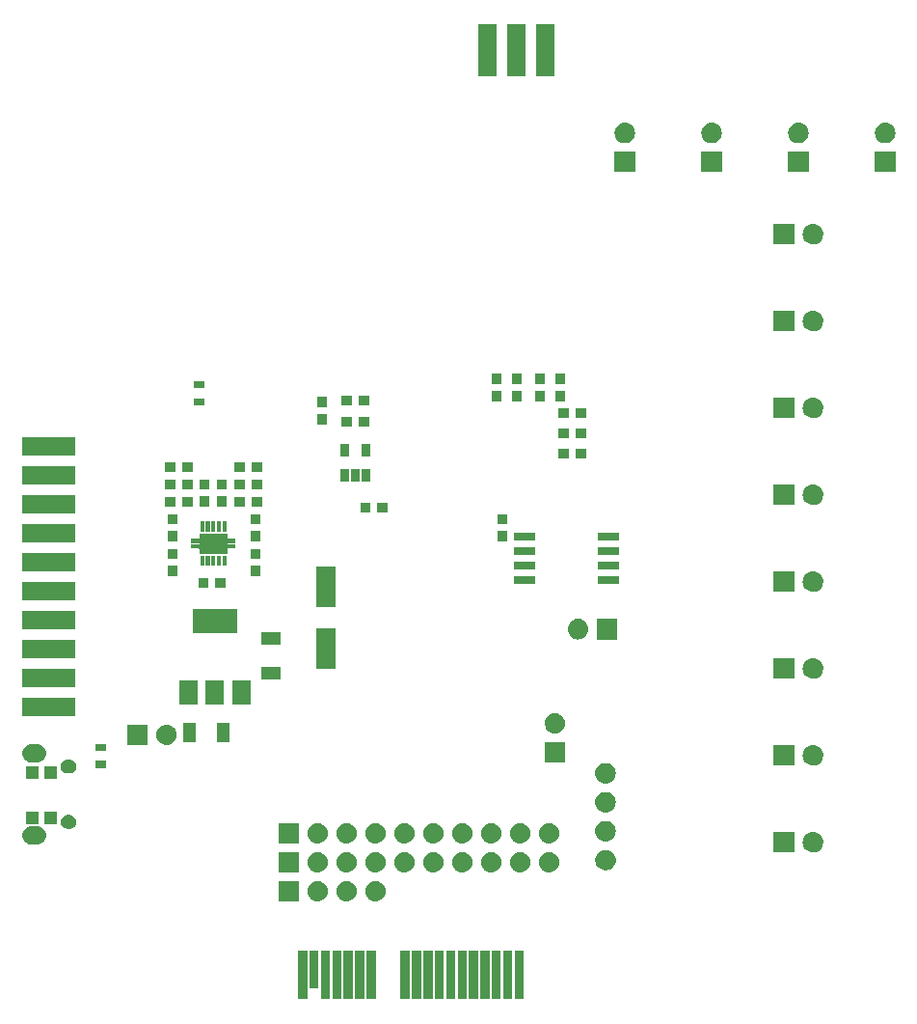
<source format=gbr>
G04 #@! TF.FileFunction,Soldermask,Bot*
%FSLAX46Y46*%
G04 Gerber Fmt 4.6, Leading zero omitted, Abs format (unit mm)*
G04 Created by KiCad (PCBNEW 4.0.7) date 07/26/18 16:07:15*
%MOMM*%
%LPD*%
G01*
G04 APERTURE LIST*
%ADD10C,0.050000*%
G04 APERTURE END LIST*
D10*
G36*
X131167000Y-137753500D02*
X130367000Y-137753500D01*
X130367000Y-133453500D01*
X131167000Y-133453500D01*
X131167000Y-137753500D01*
X131167000Y-137753500D01*
G37*
G36*
X150167000Y-137753500D02*
X149367000Y-137753500D01*
X149367000Y-133453500D01*
X150167000Y-133453500D01*
X150167000Y-137753500D01*
X150167000Y-137753500D01*
G37*
G36*
X148167000Y-137753500D02*
X147367000Y-137753500D01*
X147367000Y-133453500D01*
X148167000Y-133453500D01*
X148167000Y-137753500D01*
X148167000Y-137753500D01*
G37*
G36*
X147167000Y-137753500D02*
X146367000Y-137753500D01*
X146367000Y-133453500D01*
X147167000Y-133453500D01*
X147167000Y-137753500D01*
X147167000Y-137753500D01*
G37*
G36*
X146167000Y-137753500D02*
X145367000Y-137753500D01*
X145367000Y-133453500D01*
X146167000Y-133453500D01*
X146167000Y-137753500D01*
X146167000Y-137753500D01*
G37*
G36*
X145167000Y-137753500D02*
X144367000Y-137753500D01*
X144367000Y-133453500D01*
X145167000Y-133453500D01*
X145167000Y-137753500D01*
X145167000Y-137753500D01*
G37*
G36*
X144167000Y-137753500D02*
X143367000Y-137753500D01*
X143367000Y-133453500D01*
X144167000Y-133453500D01*
X144167000Y-137753500D01*
X144167000Y-137753500D01*
G37*
G36*
X143167000Y-137753500D02*
X142367000Y-137753500D01*
X142367000Y-133453500D01*
X143167000Y-133453500D01*
X143167000Y-137753500D01*
X143167000Y-137753500D01*
G37*
G36*
X142167000Y-137753500D02*
X141367000Y-137753500D01*
X141367000Y-133453500D01*
X142167000Y-133453500D01*
X142167000Y-137753500D01*
X142167000Y-137753500D01*
G37*
G36*
X141167000Y-137753500D02*
X140367000Y-137753500D01*
X140367000Y-133453500D01*
X141167000Y-133453500D01*
X141167000Y-137753500D01*
X141167000Y-137753500D01*
G37*
G36*
X149167000Y-137753500D02*
X148367000Y-137753500D01*
X148367000Y-133453500D01*
X149167000Y-133453500D01*
X149167000Y-137753500D01*
X149167000Y-137753500D01*
G37*
G36*
X133167000Y-137753500D02*
X132367000Y-137753500D01*
X132367000Y-133453500D01*
X133167000Y-133453500D01*
X133167000Y-137753500D01*
X133167000Y-137753500D01*
G37*
G36*
X134167000Y-137753500D02*
X133367000Y-137753500D01*
X133367000Y-133453500D01*
X134167000Y-133453500D01*
X134167000Y-137753500D01*
X134167000Y-137753500D01*
G37*
G36*
X135167000Y-137753500D02*
X134367000Y-137753500D01*
X134367000Y-133453500D01*
X135167000Y-133453500D01*
X135167000Y-137753500D01*
X135167000Y-137753500D01*
G37*
G36*
X137167000Y-137753500D02*
X136367000Y-137753500D01*
X136367000Y-133453500D01*
X137167000Y-133453500D01*
X137167000Y-137753500D01*
X137167000Y-137753500D01*
G37*
G36*
X136167000Y-137753500D02*
X135367000Y-137753500D01*
X135367000Y-133453500D01*
X136167000Y-133453500D01*
X136167000Y-137753500D01*
X136167000Y-137753500D01*
G37*
G36*
X140167000Y-137753500D02*
X139367000Y-137753500D01*
X139367000Y-133453500D01*
X140167000Y-133453500D01*
X140167000Y-137753500D01*
X140167000Y-137753500D01*
G37*
G36*
X132167000Y-136753500D02*
X131367000Y-136753500D01*
X131367000Y-133453500D01*
X132167000Y-133453500D01*
X132167000Y-136753500D01*
X132167000Y-136753500D01*
G37*
G36*
X137340933Y-127384022D02*
X137340938Y-127384024D01*
X137340970Y-127384027D01*
X137508764Y-127435968D01*
X137663274Y-127519511D01*
X137798614Y-127631474D01*
X137909629Y-127767593D01*
X137992091Y-127922682D01*
X138042860Y-128090834D01*
X138060000Y-128265645D01*
X138060000Y-128274423D01*
X138059923Y-128285498D01*
X138059922Y-128285508D01*
X138059912Y-128286921D01*
X138040333Y-128461476D01*
X137987222Y-128628903D01*
X137902602Y-128782825D01*
X137789697Y-128917380D01*
X137652807Y-129027443D01*
X137497146Y-129108820D01*
X137328643Y-129158414D01*
X137328618Y-129158416D01*
X137328612Y-129158418D01*
X137153717Y-129174334D01*
X136979067Y-129155978D01*
X136979062Y-129155976D01*
X136979030Y-129155973D01*
X136811236Y-129104032D01*
X136656726Y-129020489D01*
X136521386Y-128908526D01*
X136410371Y-128772407D01*
X136327909Y-128617318D01*
X136277140Y-128449166D01*
X136260000Y-128274355D01*
X136260000Y-128265577D01*
X136260077Y-128254502D01*
X136260078Y-128254492D01*
X136260088Y-128253079D01*
X136279667Y-128078524D01*
X136332778Y-127911097D01*
X136417398Y-127757175D01*
X136530303Y-127622620D01*
X136667193Y-127512557D01*
X136822854Y-127431180D01*
X136991357Y-127381586D01*
X136991382Y-127381584D01*
X136991388Y-127381582D01*
X137166283Y-127365666D01*
X137340933Y-127384022D01*
X137340933Y-127384022D01*
G37*
G36*
X132260933Y-127384022D02*
X132260938Y-127384024D01*
X132260970Y-127384027D01*
X132428764Y-127435968D01*
X132583274Y-127519511D01*
X132718614Y-127631474D01*
X132829629Y-127767593D01*
X132912091Y-127922682D01*
X132962860Y-128090834D01*
X132980000Y-128265645D01*
X132980000Y-128274423D01*
X132979923Y-128285498D01*
X132979922Y-128285508D01*
X132979912Y-128286921D01*
X132960333Y-128461476D01*
X132907222Y-128628903D01*
X132822602Y-128782825D01*
X132709697Y-128917380D01*
X132572807Y-129027443D01*
X132417146Y-129108820D01*
X132248643Y-129158414D01*
X132248618Y-129158416D01*
X132248612Y-129158418D01*
X132073717Y-129174334D01*
X131899067Y-129155978D01*
X131899062Y-129155976D01*
X131899030Y-129155973D01*
X131731236Y-129104032D01*
X131576726Y-129020489D01*
X131441386Y-128908526D01*
X131330371Y-128772407D01*
X131247909Y-128617318D01*
X131197140Y-128449166D01*
X131180000Y-128274355D01*
X131180000Y-128265577D01*
X131180077Y-128254502D01*
X131180078Y-128254492D01*
X131180088Y-128253079D01*
X131199667Y-128078524D01*
X131252778Y-127911097D01*
X131337398Y-127757175D01*
X131450303Y-127622620D01*
X131587193Y-127512557D01*
X131742854Y-127431180D01*
X131911357Y-127381586D01*
X131911382Y-127381584D01*
X131911388Y-127381582D01*
X132086283Y-127365666D01*
X132260933Y-127384022D01*
X132260933Y-127384022D01*
G37*
G36*
X134800933Y-127384022D02*
X134800938Y-127384024D01*
X134800970Y-127384027D01*
X134968764Y-127435968D01*
X135123274Y-127519511D01*
X135258614Y-127631474D01*
X135369629Y-127767593D01*
X135452091Y-127922682D01*
X135502860Y-128090834D01*
X135520000Y-128265645D01*
X135520000Y-128274423D01*
X135519923Y-128285498D01*
X135519922Y-128285508D01*
X135519912Y-128286921D01*
X135500333Y-128461476D01*
X135447222Y-128628903D01*
X135362602Y-128782825D01*
X135249697Y-128917380D01*
X135112807Y-129027443D01*
X134957146Y-129108820D01*
X134788643Y-129158414D01*
X134788618Y-129158416D01*
X134788612Y-129158418D01*
X134613717Y-129174334D01*
X134439067Y-129155978D01*
X134439062Y-129155976D01*
X134439030Y-129155973D01*
X134271236Y-129104032D01*
X134116726Y-129020489D01*
X133981386Y-128908526D01*
X133870371Y-128772407D01*
X133787909Y-128617318D01*
X133737140Y-128449166D01*
X133720000Y-128274355D01*
X133720000Y-128265577D01*
X133720077Y-128254502D01*
X133720078Y-128254492D01*
X133720088Y-128253079D01*
X133739667Y-128078524D01*
X133792778Y-127911097D01*
X133877398Y-127757175D01*
X133990303Y-127622620D01*
X134127193Y-127512557D01*
X134282854Y-127431180D01*
X134451357Y-127381586D01*
X134451382Y-127381584D01*
X134451388Y-127381582D01*
X134626283Y-127365666D01*
X134800933Y-127384022D01*
X134800933Y-127384022D01*
G37*
G36*
X130440000Y-129170000D02*
X128640000Y-129170000D01*
X128640000Y-127370000D01*
X130440000Y-127370000D01*
X130440000Y-129170000D01*
X130440000Y-129170000D01*
G37*
G36*
X137340933Y-124844022D02*
X137340938Y-124844024D01*
X137340970Y-124844027D01*
X137508764Y-124895968D01*
X137663274Y-124979511D01*
X137798614Y-125091474D01*
X137909629Y-125227593D01*
X137992091Y-125382682D01*
X138042860Y-125550834D01*
X138060000Y-125725645D01*
X138060000Y-125734423D01*
X138059923Y-125745498D01*
X138059922Y-125745508D01*
X138059912Y-125746921D01*
X138040333Y-125921476D01*
X137987222Y-126088903D01*
X137902602Y-126242825D01*
X137789697Y-126377380D01*
X137652807Y-126487443D01*
X137497146Y-126568820D01*
X137328643Y-126618414D01*
X137328618Y-126618416D01*
X137328612Y-126618418D01*
X137153717Y-126634334D01*
X136979067Y-126615978D01*
X136979062Y-126615976D01*
X136979030Y-126615973D01*
X136811236Y-126564032D01*
X136656726Y-126480489D01*
X136521386Y-126368526D01*
X136410371Y-126232407D01*
X136327909Y-126077318D01*
X136277140Y-125909166D01*
X136260000Y-125734355D01*
X136260000Y-125725577D01*
X136260077Y-125714502D01*
X136260078Y-125714492D01*
X136260088Y-125713079D01*
X136279667Y-125538524D01*
X136332778Y-125371097D01*
X136417398Y-125217175D01*
X136530303Y-125082620D01*
X136667193Y-124972557D01*
X136822854Y-124891180D01*
X136991357Y-124841586D01*
X136991382Y-124841584D01*
X136991388Y-124841582D01*
X137166283Y-124825666D01*
X137340933Y-124844022D01*
X137340933Y-124844022D01*
G37*
G36*
X150040933Y-124844022D02*
X150040938Y-124844024D01*
X150040970Y-124844027D01*
X150208764Y-124895968D01*
X150363274Y-124979511D01*
X150498614Y-125091474D01*
X150609629Y-125227593D01*
X150692091Y-125382682D01*
X150742860Y-125550834D01*
X150760000Y-125725645D01*
X150760000Y-125734423D01*
X150759923Y-125745498D01*
X150759922Y-125745508D01*
X150759912Y-125746921D01*
X150740333Y-125921476D01*
X150687222Y-126088903D01*
X150602602Y-126242825D01*
X150489697Y-126377380D01*
X150352807Y-126487443D01*
X150197146Y-126568820D01*
X150028643Y-126618414D01*
X150028618Y-126618416D01*
X150028612Y-126618418D01*
X149853717Y-126634334D01*
X149679067Y-126615978D01*
X149679062Y-126615976D01*
X149679030Y-126615973D01*
X149511236Y-126564032D01*
X149356726Y-126480489D01*
X149221386Y-126368526D01*
X149110371Y-126232407D01*
X149027909Y-126077318D01*
X148977140Y-125909166D01*
X148960000Y-125734355D01*
X148960000Y-125725577D01*
X148960077Y-125714502D01*
X148960078Y-125714492D01*
X148960088Y-125713079D01*
X148979667Y-125538524D01*
X149032778Y-125371097D01*
X149117398Y-125217175D01*
X149230303Y-125082620D01*
X149367193Y-124972557D01*
X149522854Y-124891180D01*
X149691357Y-124841586D01*
X149691382Y-124841584D01*
X149691388Y-124841582D01*
X149866283Y-124825666D01*
X150040933Y-124844022D01*
X150040933Y-124844022D01*
G37*
G36*
X147500933Y-124844022D02*
X147500938Y-124844024D01*
X147500970Y-124844027D01*
X147668764Y-124895968D01*
X147823274Y-124979511D01*
X147958614Y-125091474D01*
X148069629Y-125227593D01*
X148152091Y-125382682D01*
X148202860Y-125550834D01*
X148220000Y-125725645D01*
X148220000Y-125734423D01*
X148219923Y-125745498D01*
X148219922Y-125745508D01*
X148219912Y-125746921D01*
X148200333Y-125921476D01*
X148147222Y-126088903D01*
X148062602Y-126242825D01*
X147949697Y-126377380D01*
X147812807Y-126487443D01*
X147657146Y-126568820D01*
X147488643Y-126618414D01*
X147488618Y-126618416D01*
X147488612Y-126618418D01*
X147313717Y-126634334D01*
X147139067Y-126615978D01*
X147139062Y-126615976D01*
X147139030Y-126615973D01*
X146971236Y-126564032D01*
X146816726Y-126480489D01*
X146681386Y-126368526D01*
X146570371Y-126232407D01*
X146487909Y-126077318D01*
X146437140Y-125909166D01*
X146420000Y-125734355D01*
X146420000Y-125725577D01*
X146420077Y-125714502D01*
X146420078Y-125714492D01*
X146420088Y-125713079D01*
X146439667Y-125538524D01*
X146492778Y-125371097D01*
X146577398Y-125217175D01*
X146690303Y-125082620D01*
X146827193Y-124972557D01*
X146982854Y-124891180D01*
X147151357Y-124841586D01*
X147151382Y-124841584D01*
X147151388Y-124841582D01*
X147326283Y-124825666D01*
X147500933Y-124844022D01*
X147500933Y-124844022D01*
G37*
G36*
X144960933Y-124844022D02*
X144960938Y-124844024D01*
X144960970Y-124844027D01*
X145128764Y-124895968D01*
X145283274Y-124979511D01*
X145418614Y-125091474D01*
X145529629Y-125227593D01*
X145612091Y-125382682D01*
X145662860Y-125550834D01*
X145680000Y-125725645D01*
X145680000Y-125734423D01*
X145679923Y-125745498D01*
X145679922Y-125745508D01*
X145679912Y-125746921D01*
X145660333Y-125921476D01*
X145607222Y-126088903D01*
X145522602Y-126242825D01*
X145409697Y-126377380D01*
X145272807Y-126487443D01*
X145117146Y-126568820D01*
X144948643Y-126618414D01*
X144948618Y-126618416D01*
X144948612Y-126618418D01*
X144773717Y-126634334D01*
X144599067Y-126615978D01*
X144599062Y-126615976D01*
X144599030Y-126615973D01*
X144431236Y-126564032D01*
X144276726Y-126480489D01*
X144141386Y-126368526D01*
X144030371Y-126232407D01*
X143947909Y-126077318D01*
X143897140Y-125909166D01*
X143880000Y-125734355D01*
X143880000Y-125725577D01*
X143880077Y-125714502D01*
X143880078Y-125714492D01*
X143880088Y-125713079D01*
X143899667Y-125538524D01*
X143952778Y-125371097D01*
X144037398Y-125217175D01*
X144150303Y-125082620D01*
X144287193Y-124972557D01*
X144442854Y-124891180D01*
X144611357Y-124841586D01*
X144611382Y-124841584D01*
X144611388Y-124841582D01*
X144786283Y-124825666D01*
X144960933Y-124844022D01*
X144960933Y-124844022D01*
G37*
G36*
X142420933Y-124844022D02*
X142420938Y-124844024D01*
X142420970Y-124844027D01*
X142588764Y-124895968D01*
X142743274Y-124979511D01*
X142878614Y-125091474D01*
X142989629Y-125227593D01*
X143072091Y-125382682D01*
X143122860Y-125550834D01*
X143140000Y-125725645D01*
X143140000Y-125734423D01*
X143139923Y-125745498D01*
X143139922Y-125745508D01*
X143139912Y-125746921D01*
X143120333Y-125921476D01*
X143067222Y-126088903D01*
X142982602Y-126242825D01*
X142869697Y-126377380D01*
X142732807Y-126487443D01*
X142577146Y-126568820D01*
X142408643Y-126618414D01*
X142408618Y-126618416D01*
X142408612Y-126618418D01*
X142233717Y-126634334D01*
X142059067Y-126615978D01*
X142059062Y-126615976D01*
X142059030Y-126615973D01*
X141891236Y-126564032D01*
X141736726Y-126480489D01*
X141601386Y-126368526D01*
X141490371Y-126232407D01*
X141407909Y-126077318D01*
X141357140Y-125909166D01*
X141340000Y-125734355D01*
X141340000Y-125725577D01*
X141340077Y-125714502D01*
X141340078Y-125714492D01*
X141340088Y-125713079D01*
X141359667Y-125538524D01*
X141412778Y-125371097D01*
X141497398Y-125217175D01*
X141610303Y-125082620D01*
X141747193Y-124972557D01*
X141902854Y-124891180D01*
X142071357Y-124841586D01*
X142071382Y-124841584D01*
X142071388Y-124841582D01*
X142246283Y-124825666D01*
X142420933Y-124844022D01*
X142420933Y-124844022D01*
G37*
G36*
X139880933Y-124844022D02*
X139880938Y-124844024D01*
X139880970Y-124844027D01*
X140048764Y-124895968D01*
X140203274Y-124979511D01*
X140338614Y-125091474D01*
X140449629Y-125227593D01*
X140532091Y-125382682D01*
X140582860Y-125550834D01*
X140600000Y-125725645D01*
X140600000Y-125734423D01*
X140599923Y-125745498D01*
X140599922Y-125745508D01*
X140599912Y-125746921D01*
X140580333Y-125921476D01*
X140527222Y-126088903D01*
X140442602Y-126242825D01*
X140329697Y-126377380D01*
X140192807Y-126487443D01*
X140037146Y-126568820D01*
X139868643Y-126618414D01*
X139868618Y-126618416D01*
X139868612Y-126618418D01*
X139693717Y-126634334D01*
X139519067Y-126615978D01*
X139519062Y-126615976D01*
X139519030Y-126615973D01*
X139351236Y-126564032D01*
X139196726Y-126480489D01*
X139061386Y-126368526D01*
X138950371Y-126232407D01*
X138867909Y-126077318D01*
X138817140Y-125909166D01*
X138800000Y-125734355D01*
X138800000Y-125725577D01*
X138800077Y-125714502D01*
X138800078Y-125714492D01*
X138800088Y-125713079D01*
X138819667Y-125538524D01*
X138872778Y-125371097D01*
X138957398Y-125217175D01*
X139070303Y-125082620D01*
X139207193Y-124972557D01*
X139362854Y-124891180D01*
X139531357Y-124841586D01*
X139531382Y-124841584D01*
X139531388Y-124841582D01*
X139706283Y-124825666D01*
X139880933Y-124844022D01*
X139880933Y-124844022D01*
G37*
G36*
X134800933Y-124844022D02*
X134800938Y-124844024D01*
X134800970Y-124844027D01*
X134968764Y-124895968D01*
X135123274Y-124979511D01*
X135258614Y-125091474D01*
X135369629Y-125227593D01*
X135452091Y-125382682D01*
X135502860Y-125550834D01*
X135520000Y-125725645D01*
X135520000Y-125734423D01*
X135519923Y-125745498D01*
X135519922Y-125745508D01*
X135519912Y-125746921D01*
X135500333Y-125921476D01*
X135447222Y-126088903D01*
X135362602Y-126242825D01*
X135249697Y-126377380D01*
X135112807Y-126487443D01*
X134957146Y-126568820D01*
X134788643Y-126618414D01*
X134788618Y-126618416D01*
X134788612Y-126618418D01*
X134613717Y-126634334D01*
X134439067Y-126615978D01*
X134439062Y-126615976D01*
X134439030Y-126615973D01*
X134271236Y-126564032D01*
X134116726Y-126480489D01*
X133981386Y-126368526D01*
X133870371Y-126232407D01*
X133787909Y-126077318D01*
X133737140Y-125909166D01*
X133720000Y-125734355D01*
X133720000Y-125725577D01*
X133720077Y-125714502D01*
X133720078Y-125714492D01*
X133720088Y-125713079D01*
X133739667Y-125538524D01*
X133792778Y-125371097D01*
X133877398Y-125217175D01*
X133990303Y-125082620D01*
X134127193Y-124972557D01*
X134282854Y-124891180D01*
X134451357Y-124841586D01*
X134451382Y-124841584D01*
X134451388Y-124841582D01*
X134626283Y-124825666D01*
X134800933Y-124844022D01*
X134800933Y-124844022D01*
G37*
G36*
X132260933Y-124844022D02*
X132260938Y-124844024D01*
X132260970Y-124844027D01*
X132428764Y-124895968D01*
X132583274Y-124979511D01*
X132718614Y-125091474D01*
X132829629Y-125227593D01*
X132912091Y-125382682D01*
X132962860Y-125550834D01*
X132980000Y-125725645D01*
X132980000Y-125734423D01*
X132979923Y-125745498D01*
X132979922Y-125745508D01*
X132979912Y-125746921D01*
X132960333Y-125921476D01*
X132907222Y-126088903D01*
X132822602Y-126242825D01*
X132709697Y-126377380D01*
X132572807Y-126487443D01*
X132417146Y-126568820D01*
X132248643Y-126618414D01*
X132248618Y-126618416D01*
X132248612Y-126618418D01*
X132073717Y-126634334D01*
X131899067Y-126615978D01*
X131899062Y-126615976D01*
X131899030Y-126615973D01*
X131731236Y-126564032D01*
X131576726Y-126480489D01*
X131441386Y-126368526D01*
X131330371Y-126232407D01*
X131247909Y-126077318D01*
X131197140Y-125909166D01*
X131180000Y-125734355D01*
X131180000Y-125725577D01*
X131180077Y-125714502D01*
X131180078Y-125714492D01*
X131180088Y-125713079D01*
X131199667Y-125538524D01*
X131252778Y-125371097D01*
X131337398Y-125217175D01*
X131450303Y-125082620D01*
X131587193Y-124972557D01*
X131742854Y-124891180D01*
X131911357Y-124841586D01*
X131911382Y-124841584D01*
X131911388Y-124841582D01*
X132086283Y-124825666D01*
X132260933Y-124844022D01*
X132260933Y-124844022D01*
G37*
G36*
X152580933Y-124844022D02*
X152580938Y-124844024D01*
X152580970Y-124844027D01*
X152748764Y-124895968D01*
X152903274Y-124979511D01*
X153038614Y-125091474D01*
X153149629Y-125227593D01*
X153232091Y-125382682D01*
X153282860Y-125550834D01*
X153300000Y-125725645D01*
X153300000Y-125734423D01*
X153299923Y-125745498D01*
X153299922Y-125745508D01*
X153299912Y-125746921D01*
X153280333Y-125921476D01*
X153227222Y-126088903D01*
X153142602Y-126242825D01*
X153029697Y-126377380D01*
X152892807Y-126487443D01*
X152737146Y-126568820D01*
X152568643Y-126618414D01*
X152568618Y-126618416D01*
X152568612Y-126618418D01*
X152393717Y-126634334D01*
X152219067Y-126615978D01*
X152219062Y-126615976D01*
X152219030Y-126615973D01*
X152051236Y-126564032D01*
X151896726Y-126480489D01*
X151761386Y-126368526D01*
X151650371Y-126232407D01*
X151567909Y-126077318D01*
X151517140Y-125909166D01*
X151500000Y-125734355D01*
X151500000Y-125725577D01*
X151500077Y-125714502D01*
X151500078Y-125714492D01*
X151500088Y-125713079D01*
X151519667Y-125538524D01*
X151572778Y-125371097D01*
X151657398Y-125217175D01*
X151770303Y-125082620D01*
X151907193Y-124972557D01*
X152062854Y-124891180D01*
X152231357Y-124841586D01*
X152231382Y-124841584D01*
X152231388Y-124841582D01*
X152406283Y-124825666D01*
X152580933Y-124844022D01*
X152580933Y-124844022D01*
G37*
G36*
X130440000Y-126630000D02*
X128640000Y-126630000D01*
X128640000Y-124830000D01*
X130440000Y-124830000D01*
X130440000Y-126630000D01*
X130440000Y-126630000D01*
G37*
G36*
X157447531Y-124640098D02*
X157620426Y-124675588D01*
X157783133Y-124743984D01*
X157929458Y-124842681D01*
X158053826Y-124967920D01*
X158151498Y-125114930D01*
X158218759Y-125278115D01*
X158252992Y-125451004D01*
X158252992Y-125451012D01*
X158253039Y-125451250D01*
X158250224Y-125652846D01*
X158250170Y-125653083D01*
X158250170Y-125653090D01*
X158211123Y-125824958D01*
X158139332Y-125986200D01*
X158037594Y-126130423D01*
X157909775Y-126252144D01*
X157760754Y-126346716D01*
X157596200Y-126410542D01*
X157422380Y-126441191D01*
X157245925Y-126437495D01*
X157073537Y-126399593D01*
X156911799Y-126328931D01*
X156766870Y-126228203D01*
X156644263Y-126101239D01*
X156548650Y-125952876D01*
X156483678Y-125788776D01*
X156451816Y-125615176D01*
X156454280Y-125438689D01*
X156490975Y-125266052D01*
X156560507Y-125103823D01*
X156660225Y-124958189D01*
X156786324Y-124834703D01*
X156934019Y-124738054D01*
X157097660Y-124671938D01*
X157271036Y-124638866D01*
X157447531Y-124640098D01*
X157447531Y-124640098D01*
G37*
G36*
X173924800Y-124877400D02*
X172124800Y-124877400D01*
X172124800Y-123077400D01*
X173924800Y-123077400D01*
X173924800Y-124877400D01*
X173924800Y-124877400D01*
G37*
G36*
X175580298Y-123077477D02*
X175580308Y-123077478D01*
X175581721Y-123077488D01*
X175756276Y-123097067D01*
X175923703Y-123150178D01*
X176077625Y-123234798D01*
X176212180Y-123347703D01*
X176322243Y-123484593D01*
X176403620Y-123640254D01*
X176453214Y-123808757D01*
X176453216Y-123808782D01*
X176453218Y-123808788D01*
X176469134Y-123983683D01*
X176450778Y-124158333D01*
X176450776Y-124158338D01*
X176450773Y-124158370D01*
X176398832Y-124326164D01*
X176315289Y-124480674D01*
X176203326Y-124616014D01*
X176067207Y-124727029D01*
X175912118Y-124809491D01*
X175743966Y-124860260D01*
X175569155Y-124877400D01*
X175560377Y-124877400D01*
X175549302Y-124877323D01*
X175549292Y-124877322D01*
X175547879Y-124877312D01*
X175373324Y-124857733D01*
X175205897Y-124804622D01*
X175051975Y-124720002D01*
X174917420Y-124607097D01*
X174807357Y-124470207D01*
X174725980Y-124314546D01*
X174676386Y-124146043D01*
X174676384Y-124146018D01*
X174676382Y-124146012D01*
X174660466Y-123971117D01*
X174678822Y-123796467D01*
X174678824Y-123796462D01*
X174678827Y-123796430D01*
X174730768Y-123628636D01*
X174814311Y-123474126D01*
X174926274Y-123338786D01*
X175062393Y-123227771D01*
X175217482Y-123145309D01*
X175385634Y-123094540D01*
X175560445Y-123077400D01*
X175569223Y-123077400D01*
X175580298Y-123077477D01*
X175580298Y-123077477D01*
G37*
G36*
X107452827Y-122561067D02*
X107452837Y-122561068D01*
X107454251Y-122561078D01*
X107609410Y-122578482D01*
X107758235Y-122625692D01*
X107895055Y-122700909D01*
X108014659Y-122801269D01*
X108112492Y-122922949D01*
X108184828Y-123061315D01*
X108228911Y-123211095D01*
X108228913Y-123211122D01*
X108228915Y-123211127D01*
X108243063Y-123366585D01*
X108226746Y-123521826D01*
X108226744Y-123521832D01*
X108226741Y-123521862D01*
X108180572Y-123671012D01*
X108106311Y-123808354D01*
X108006788Y-123928657D01*
X107885794Y-124027337D01*
X107747937Y-124100637D01*
X107598468Y-124145764D01*
X107443081Y-124161000D01*
X106932849Y-124161000D01*
X106923173Y-124160933D01*
X106923163Y-124160932D01*
X106921749Y-124160922D01*
X106766590Y-124143518D01*
X106617765Y-124096308D01*
X106480945Y-124021091D01*
X106361341Y-123920731D01*
X106263508Y-123799051D01*
X106191172Y-123660685D01*
X106147089Y-123510905D01*
X106147087Y-123510878D01*
X106147085Y-123510873D01*
X106132937Y-123355415D01*
X106149254Y-123200174D01*
X106149256Y-123200168D01*
X106149259Y-123200138D01*
X106195428Y-123050988D01*
X106269689Y-122913646D01*
X106369212Y-122793343D01*
X106490206Y-122694663D01*
X106628063Y-122621363D01*
X106777532Y-122576236D01*
X106932919Y-122561000D01*
X107443151Y-122561000D01*
X107452827Y-122561067D01*
X107452827Y-122561067D01*
G37*
G36*
X150040933Y-122304022D02*
X150040938Y-122304024D01*
X150040970Y-122304027D01*
X150208764Y-122355968D01*
X150363274Y-122439511D01*
X150498614Y-122551474D01*
X150609629Y-122687593D01*
X150692091Y-122842682D01*
X150742860Y-123010834D01*
X150760000Y-123185645D01*
X150760000Y-123194423D01*
X150759923Y-123205498D01*
X150759922Y-123205508D01*
X150759912Y-123206921D01*
X150740333Y-123381476D01*
X150687222Y-123548903D01*
X150602602Y-123702825D01*
X150489697Y-123837380D01*
X150352807Y-123947443D01*
X150197146Y-124028820D01*
X150028643Y-124078414D01*
X150028618Y-124078416D01*
X150028612Y-124078418D01*
X149853717Y-124094334D01*
X149679067Y-124075978D01*
X149679062Y-124075976D01*
X149679030Y-124075973D01*
X149511236Y-124024032D01*
X149356726Y-123940489D01*
X149221386Y-123828526D01*
X149110371Y-123692407D01*
X149027909Y-123537318D01*
X148977140Y-123369166D01*
X148960000Y-123194355D01*
X148960000Y-123185645D01*
X148960036Y-123180433D01*
X148960077Y-123174502D01*
X148960078Y-123174492D01*
X148960088Y-123173079D01*
X148979667Y-122998524D01*
X149032778Y-122831097D01*
X149117398Y-122677175D01*
X149230303Y-122542620D01*
X149367193Y-122432557D01*
X149522854Y-122351180D01*
X149691357Y-122301586D01*
X149691382Y-122301584D01*
X149691388Y-122301582D01*
X149866283Y-122285666D01*
X150040933Y-122304022D01*
X150040933Y-122304022D01*
G37*
G36*
X147500933Y-122304022D02*
X147500938Y-122304024D01*
X147500970Y-122304027D01*
X147668764Y-122355968D01*
X147823274Y-122439511D01*
X147958614Y-122551474D01*
X148069629Y-122687593D01*
X148152091Y-122842682D01*
X148202860Y-123010834D01*
X148220000Y-123185645D01*
X148220000Y-123194423D01*
X148219923Y-123205498D01*
X148219922Y-123205508D01*
X148219912Y-123206921D01*
X148200333Y-123381476D01*
X148147222Y-123548903D01*
X148062602Y-123702825D01*
X147949697Y-123837380D01*
X147812807Y-123947443D01*
X147657146Y-124028820D01*
X147488643Y-124078414D01*
X147488618Y-124078416D01*
X147488612Y-124078418D01*
X147313717Y-124094334D01*
X147139067Y-124075978D01*
X147139062Y-124075976D01*
X147139030Y-124075973D01*
X146971236Y-124024032D01*
X146816726Y-123940489D01*
X146681386Y-123828526D01*
X146570371Y-123692407D01*
X146487909Y-123537318D01*
X146437140Y-123369166D01*
X146420000Y-123194355D01*
X146420000Y-123185645D01*
X146420036Y-123180433D01*
X146420077Y-123174502D01*
X146420078Y-123174492D01*
X146420088Y-123173079D01*
X146439667Y-122998524D01*
X146492778Y-122831097D01*
X146577398Y-122677175D01*
X146690303Y-122542620D01*
X146827193Y-122432557D01*
X146982854Y-122351180D01*
X147151357Y-122301586D01*
X147151382Y-122301584D01*
X147151388Y-122301582D01*
X147326283Y-122285666D01*
X147500933Y-122304022D01*
X147500933Y-122304022D01*
G37*
G36*
X152580933Y-122304022D02*
X152580938Y-122304024D01*
X152580970Y-122304027D01*
X152748764Y-122355968D01*
X152903274Y-122439511D01*
X153038614Y-122551474D01*
X153149629Y-122687593D01*
X153232091Y-122842682D01*
X153282860Y-123010834D01*
X153300000Y-123185645D01*
X153300000Y-123194423D01*
X153299923Y-123205498D01*
X153299922Y-123205508D01*
X153299912Y-123206921D01*
X153280333Y-123381476D01*
X153227222Y-123548903D01*
X153142602Y-123702825D01*
X153029697Y-123837380D01*
X152892807Y-123947443D01*
X152737146Y-124028820D01*
X152568643Y-124078414D01*
X152568618Y-124078416D01*
X152568612Y-124078418D01*
X152393717Y-124094334D01*
X152219067Y-124075978D01*
X152219062Y-124075976D01*
X152219030Y-124075973D01*
X152051236Y-124024032D01*
X151896726Y-123940489D01*
X151761386Y-123828526D01*
X151650371Y-123692407D01*
X151567909Y-123537318D01*
X151517140Y-123369166D01*
X151500000Y-123194355D01*
X151500000Y-123185645D01*
X151500036Y-123180433D01*
X151500077Y-123174502D01*
X151500078Y-123174492D01*
X151500088Y-123173079D01*
X151519667Y-122998524D01*
X151572778Y-122831097D01*
X151657398Y-122677175D01*
X151770303Y-122542620D01*
X151907193Y-122432557D01*
X152062854Y-122351180D01*
X152231357Y-122301586D01*
X152231382Y-122301584D01*
X152231388Y-122301582D01*
X152406283Y-122285666D01*
X152580933Y-122304022D01*
X152580933Y-122304022D01*
G37*
G36*
X144960933Y-122304022D02*
X144960938Y-122304024D01*
X144960970Y-122304027D01*
X145128764Y-122355968D01*
X145283274Y-122439511D01*
X145418614Y-122551474D01*
X145529629Y-122687593D01*
X145612091Y-122842682D01*
X145662860Y-123010834D01*
X145680000Y-123185645D01*
X145680000Y-123194423D01*
X145679923Y-123205498D01*
X145679922Y-123205508D01*
X145679912Y-123206921D01*
X145660333Y-123381476D01*
X145607222Y-123548903D01*
X145522602Y-123702825D01*
X145409697Y-123837380D01*
X145272807Y-123947443D01*
X145117146Y-124028820D01*
X144948643Y-124078414D01*
X144948618Y-124078416D01*
X144948612Y-124078418D01*
X144773717Y-124094334D01*
X144599067Y-124075978D01*
X144599062Y-124075976D01*
X144599030Y-124075973D01*
X144431236Y-124024032D01*
X144276726Y-123940489D01*
X144141386Y-123828526D01*
X144030371Y-123692407D01*
X143947909Y-123537318D01*
X143897140Y-123369166D01*
X143880000Y-123194355D01*
X143880000Y-123185645D01*
X143880036Y-123180433D01*
X143880077Y-123174502D01*
X143880078Y-123174492D01*
X143880088Y-123173079D01*
X143899667Y-122998524D01*
X143952778Y-122831097D01*
X144037398Y-122677175D01*
X144150303Y-122542620D01*
X144287193Y-122432557D01*
X144442854Y-122351180D01*
X144611357Y-122301586D01*
X144611382Y-122301584D01*
X144611388Y-122301582D01*
X144786283Y-122285666D01*
X144960933Y-122304022D01*
X144960933Y-122304022D01*
G37*
G36*
X142420933Y-122304022D02*
X142420938Y-122304024D01*
X142420970Y-122304027D01*
X142588764Y-122355968D01*
X142743274Y-122439511D01*
X142878614Y-122551474D01*
X142989629Y-122687593D01*
X143072091Y-122842682D01*
X143122860Y-123010834D01*
X143140000Y-123185645D01*
X143140000Y-123194423D01*
X143139923Y-123205498D01*
X143139922Y-123205508D01*
X143139912Y-123206921D01*
X143120333Y-123381476D01*
X143067222Y-123548903D01*
X142982602Y-123702825D01*
X142869697Y-123837380D01*
X142732807Y-123947443D01*
X142577146Y-124028820D01*
X142408643Y-124078414D01*
X142408618Y-124078416D01*
X142408612Y-124078418D01*
X142233717Y-124094334D01*
X142059067Y-124075978D01*
X142059062Y-124075976D01*
X142059030Y-124075973D01*
X141891236Y-124024032D01*
X141736726Y-123940489D01*
X141601386Y-123828526D01*
X141490371Y-123692407D01*
X141407909Y-123537318D01*
X141357140Y-123369166D01*
X141340000Y-123194355D01*
X141340000Y-123185645D01*
X141340036Y-123180433D01*
X141340077Y-123174502D01*
X141340078Y-123174492D01*
X141340088Y-123173079D01*
X141359667Y-122998524D01*
X141412778Y-122831097D01*
X141497398Y-122677175D01*
X141610303Y-122542620D01*
X141747193Y-122432557D01*
X141902854Y-122351180D01*
X142071357Y-122301586D01*
X142071382Y-122301584D01*
X142071388Y-122301582D01*
X142246283Y-122285666D01*
X142420933Y-122304022D01*
X142420933Y-122304022D01*
G37*
G36*
X139880933Y-122304022D02*
X139880938Y-122304024D01*
X139880970Y-122304027D01*
X140048764Y-122355968D01*
X140203274Y-122439511D01*
X140338614Y-122551474D01*
X140449629Y-122687593D01*
X140532091Y-122842682D01*
X140582860Y-123010834D01*
X140600000Y-123185645D01*
X140600000Y-123194423D01*
X140599923Y-123205498D01*
X140599922Y-123205508D01*
X140599912Y-123206921D01*
X140580333Y-123381476D01*
X140527222Y-123548903D01*
X140442602Y-123702825D01*
X140329697Y-123837380D01*
X140192807Y-123947443D01*
X140037146Y-124028820D01*
X139868643Y-124078414D01*
X139868618Y-124078416D01*
X139868612Y-124078418D01*
X139693717Y-124094334D01*
X139519067Y-124075978D01*
X139519062Y-124075976D01*
X139519030Y-124075973D01*
X139351236Y-124024032D01*
X139196726Y-123940489D01*
X139061386Y-123828526D01*
X138950371Y-123692407D01*
X138867909Y-123537318D01*
X138817140Y-123369166D01*
X138800000Y-123194355D01*
X138800000Y-123185645D01*
X138800036Y-123180433D01*
X138800077Y-123174502D01*
X138800078Y-123174492D01*
X138800088Y-123173079D01*
X138819667Y-122998524D01*
X138872778Y-122831097D01*
X138957398Y-122677175D01*
X139070303Y-122542620D01*
X139207193Y-122432557D01*
X139362854Y-122351180D01*
X139531357Y-122301586D01*
X139531382Y-122301584D01*
X139531388Y-122301582D01*
X139706283Y-122285666D01*
X139880933Y-122304022D01*
X139880933Y-122304022D01*
G37*
G36*
X134800933Y-122304022D02*
X134800938Y-122304024D01*
X134800970Y-122304027D01*
X134968764Y-122355968D01*
X135123274Y-122439511D01*
X135258614Y-122551474D01*
X135369629Y-122687593D01*
X135452091Y-122842682D01*
X135502860Y-123010834D01*
X135520000Y-123185645D01*
X135520000Y-123194423D01*
X135519923Y-123205498D01*
X135519922Y-123205508D01*
X135519912Y-123206921D01*
X135500333Y-123381476D01*
X135447222Y-123548903D01*
X135362602Y-123702825D01*
X135249697Y-123837380D01*
X135112807Y-123947443D01*
X134957146Y-124028820D01*
X134788643Y-124078414D01*
X134788618Y-124078416D01*
X134788612Y-124078418D01*
X134613717Y-124094334D01*
X134439067Y-124075978D01*
X134439062Y-124075976D01*
X134439030Y-124075973D01*
X134271236Y-124024032D01*
X134116726Y-123940489D01*
X133981386Y-123828526D01*
X133870371Y-123692407D01*
X133787909Y-123537318D01*
X133737140Y-123369166D01*
X133720000Y-123194355D01*
X133720000Y-123185645D01*
X133720036Y-123180433D01*
X133720077Y-123174502D01*
X133720078Y-123174492D01*
X133720088Y-123173079D01*
X133739667Y-122998524D01*
X133792778Y-122831097D01*
X133877398Y-122677175D01*
X133990303Y-122542620D01*
X134127193Y-122432557D01*
X134282854Y-122351180D01*
X134451357Y-122301586D01*
X134451382Y-122301584D01*
X134451388Y-122301582D01*
X134626283Y-122285666D01*
X134800933Y-122304022D01*
X134800933Y-122304022D01*
G37*
G36*
X132260933Y-122304022D02*
X132260938Y-122304024D01*
X132260970Y-122304027D01*
X132428764Y-122355968D01*
X132583274Y-122439511D01*
X132718614Y-122551474D01*
X132829629Y-122687593D01*
X132912091Y-122842682D01*
X132962860Y-123010834D01*
X132980000Y-123185645D01*
X132980000Y-123194423D01*
X132979923Y-123205498D01*
X132979922Y-123205508D01*
X132979912Y-123206921D01*
X132960333Y-123381476D01*
X132907222Y-123548903D01*
X132822602Y-123702825D01*
X132709697Y-123837380D01*
X132572807Y-123947443D01*
X132417146Y-124028820D01*
X132248643Y-124078414D01*
X132248618Y-124078416D01*
X132248612Y-124078418D01*
X132073717Y-124094334D01*
X131899067Y-124075978D01*
X131899062Y-124075976D01*
X131899030Y-124075973D01*
X131731236Y-124024032D01*
X131576726Y-123940489D01*
X131441386Y-123828526D01*
X131330371Y-123692407D01*
X131247909Y-123537318D01*
X131197140Y-123369166D01*
X131180000Y-123194355D01*
X131180000Y-123185645D01*
X131180036Y-123180433D01*
X131180077Y-123174502D01*
X131180078Y-123174492D01*
X131180088Y-123173079D01*
X131199667Y-122998524D01*
X131252778Y-122831097D01*
X131337398Y-122677175D01*
X131450303Y-122542620D01*
X131587193Y-122432557D01*
X131742854Y-122351180D01*
X131911357Y-122301586D01*
X131911382Y-122301584D01*
X131911388Y-122301582D01*
X132086283Y-122285666D01*
X132260933Y-122304022D01*
X132260933Y-122304022D01*
G37*
G36*
X137340933Y-122304022D02*
X137340938Y-122304024D01*
X137340970Y-122304027D01*
X137508764Y-122355968D01*
X137663274Y-122439511D01*
X137798614Y-122551474D01*
X137909629Y-122687593D01*
X137992091Y-122842682D01*
X138042860Y-123010834D01*
X138060000Y-123185645D01*
X138060000Y-123194423D01*
X138059923Y-123205498D01*
X138059922Y-123205508D01*
X138059912Y-123206921D01*
X138040333Y-123381476D01*
X137987222Y-123548903D01*
X137902602Y-123702825D01*
X137789697Y-123837380D01*
X137652807Y-123947443D01*
X137497146Y-124028820D01*
X137328643Y-124078414D01*
X137328618Y-124078416D01*
X137328612Y-124078418D01*
X137153717Y-124094334D01*
X136979067Y-124075978D01*
X136979062Y-124075976D01*
X136979030Y-124075973D01*
X136811236Y-124024032D01*
X136656726Y-123940489D01*
X136521386Y-123828526D01*
X136410371Y-123692407D01*
X136327909Y-123537318D01*
X136277140Y-123369166D01*
X136260000Y-123194355D01*
X136260000Y-123185645D01*
X136260036Y-123180433D01*
X136260077Y-123174502D01*
X136260078Y-123174492D01*
X136260088Y-123173079D01*
X136279667Y-122998524D01*
X136332778Y-122831097D01*
X136417398Y-122677175D01*
X136530303Y-122542620D01*
X136667193Y-122432557D01*
X136822854Y-122351180D01*
X136991357Y-122301586D01*
X136991382Y-122301584D01*
X136991388Y-122301582D01*
X137166283Y-122285666D01*
X137340933Y-122304022D01*
X137340933Y-122304022D01*
G37*
G36*
X130440000Y-124090000D02*
X128640000Y-124090000D01*
X128640000Y-122290000D01*
X130440000Y-122290000D01*
X130440000Y-124090000D01*
X130440000Y-124090000D01*
G37*
G36*
X157368498Y-122099577D02*
X157368508Y-122099578D01*
X157369921Y-122099588D01*
X157544476Y-122119167D01*
X157711903Y-122172278D01*
X157865825Y-122256898D01*
X158000380Y-122369803D01*
X158110443Y-122506693D01*
X158191820Y-122662354D01*
X158241414Y-122830857D01*
X158241416Y-122830882D01*
X158241418Y-122830888D01*
X158257334Y-123005783D01*
X158238978Y-123180433D01*
X158238976Y-123180438D01*
X158238973Y-123180470D01*
X158187032Y-123348264D01*
X158103489Y-123502774D01*
X157991526Y-123638114D01*
X157855407Y-123749129D01*
X157700318Y-123831591D01*
X157532166Y-123882360D01*
X157357355Y-123899500D01*
X157348577Y-123899500D01*
X157337502Y-123899423D01*
X157337492Y-123899422D01*
X157336079Y-123899412D01*
X157161524Y-123879833D01*
X156994097Y-123826722D01*
X156840175Y-123742102D01*
X156705620Y-123629197D01*
X156595557Y-123492307D01*
X156514180Y-123336646D01*
X156464586Y-123168143D01*
X156464584Y-123168118D01*
X156464582Y-123168112D01*
X156448666Y-122993217D01*
X156467022Y-122818567D01*
X156467024Y-122818562D01*
X156467027Y-122818530D01*
X156518968Y-122650736D01*
X156602511Y-122496226D01*
X156714474Y-122360886D01*
X156850593Y-122249871D01*
X157005682Y-122167409D01*
X157173834Y-122116640D01*
X157348645Y-122099500D01*
X157357423Y-122099500D01*
X157368498Y-122099577D01*
X157368498Y-122099577D01*
G37*
G36*
X110298341Y-121586048D02*
X110298342Y-121586048D01*
X110299764Y-121586058D01*
X110416134Y-121599111D01*
X110527752Y-121634519D01*
X110630367Y-121690932D01*
X110720071Y-121766202D01*
X110793446Y-121857462D01*
X110847697Y-121961236D01*
X110880759Y-122073571D01*
X110880761Y-122073598D01*
X110880763Y-122073603D01*
X110891374Y-122190189D01*
X110879137Y-122306610D01*
X110879135Y-122306615D01*
X110879132Y-122306647D01*
X110844505Y-122418509D01*
X110788810Y-122521516D01*
X110714168Y-122611742D01*
X110623422Y-122685753D01*
X110520029Y-122740728D01*
X110407928Y-122774573D01*
X110291387Y-122786000D01*
X110084546Y-122786000D01*
X110077659Y-122785952D01*
X110077658Y-122785952D01*
X110076236Y-122785942D01*
X109959866Y-122772889D01*
X109848248Y-122737481D01*
X109745633Y-122681068D01*
X109655929Y-122605798D01*
X109582554Y-122514538D01*
X109528303Y-122410764D01*
X109495241Y-122298429D01*
X109495239Y-122298402D01*
X109495237Y-122298397D01*
X109484626Y-122181811D01*
X109496863Y-122065390D01*
X109496865Y-122065385D01*
X109496868Y-122065353D01*
X109531495Y-121953491D01*
X109587190Y-121850484D01*
X109661832Y-121760258D01*
X109752578Y-121686247D01*
X109855971Y-121631272D01*
X109968072Y-121597427D01*
X110084613Y-121586000D01*
X110291454Y-121586000D01*
X110298341Y-121586048D01*
X110298341Y-121586048D01*
G37*
G36*
X107573000Y-122374500D02*
X106473000Y-122374500D01*
X106473000Y-121274500D01*
X107573000Y-121274500D01*
X107573000Y-122374500D01*
X107573000Y-122374500D01*
G37*
G36*
X109173000Y-122374500D02*
X108073000Y-122374500D01*
X108073000Y-121274500D01*
X109173000Y-121274500D01*
X109173000Y-122374500D01*
X109173000Y-122374500D01*
G37*
G36*
X157368498Y-119559577D02*
X157368508Y-119559578D01*
X157369921Y-119559588D01*
X157544476Y-119579167D01*
X157711903Y-119632278D01*
X157865825Y-119716898D01*
X158000380Y-119829803D01*
X158110443Y-119966693D01*
X158191820Y-120122354D01*
X158241414Y-120290857D01*
X158241416Y-120290882D01*
X158241418Y-120290888D01*
X158257334Y-120465783D01*
X158238978Y-120640433D01*
X158238976Y-120640438D01*
X158238973Y-120640470D01*
X158187032Y-120808264D01*
X158103489Y-120962774D01*
X157991526Y-121098114D01*
X157855407Y-121209129D01*
X157700318Y-121291591D01*
X157532166Y-121342360D01*
X157357355Y-121359500D01*
X157348577Y-121359500D01*
X157337502Y-121359423D01*
X157337492Y-121359422D01*
X157336079Y-121359412D01*
X157161524Y-121339833D01*
X156994097Y-121286722D01*
X156840175Y-121202102D01*
X156705620Y-121089197D01*
X156595557Y-120952307D01*
X156514180Y-120796646D01*
X156464586Y-120628143D01*
X156464584Y-120628118D01*
X156464582Y-120628112D01*
X156448666Y-120453217D01*
X156467022Y-120278567D01*
X156467024Y-120278562D01*
X156467027Y-120278530D01*
X156518968Y-120110736D01*
X156602511Y-119956226D01*
X156714474Y-119820886D01*
X156850593Y-119709871D01*
X157005682Y-119627409D01*
X157173834Y-119576640D01*
X157348645Y-119559500D01*
X157357423Y-119559500D01*
X157368498Y-119559577D01*
X157368498Y-119559577D01*
G37*
G36*
X157368498Y-117019577D02*
X157368508Y-117019578D01*
X157369921Y-117019588D01*
X157544476Y-117039167D01*
X157711903Y-117092278D01*
X157865825Y-117176898D01*
X158000380Y-117289803D01*
X158110443Y-117426693D01*
X158191820Y-117582354D01*
X158241414Y-117750857D01*
X158241416Y-117750882D01*
X158241418Y-117750888D01*
X158257334Y-117925783D01*
X158238978Y-118100433D01*
X158238976Y-118100438D01*
X158238973Y-118100470D01*
X158187032Y-118268264D01*
X158103489Y-118422774D01*
X157991526Y-118558114D01*
X157855407Y-118669129D01*
X157700318Y-118751591D01*
X157532166Y-118802360D01*
X157357355Y-118819500D01*
X157348577Y-118819500D01*
X157337502Y-118819423D01*
X157337492Y-118819422D01*
X157336079Y-118819412D01*
X157161524Y-118799833D01*
X156994097Y-118746722D01*
X156840175Y-118662102D01*
X156705620Y-118549197D01*
X156595557Y-118412307D01*
X156514180Y-118256646D01*
X156464586Y-118088143D01*
X156464584Y-118088118D01*
X156464582Y-118088112D01*
X156448666Y-117913217D01*
X156467022Y-117738567D01*
X156467024Y-117738562D01*
X156467027Y-117738530D01*
X156518968Y-117570736D01*
X156602511Y-117416226D01*
X156714474Y-117280886D01*
X156850593Y-117169871D01*
X157005682Y-117087409D01*
X157173834Y-117036640D01*
X157348645Y-117019500D01*
X157357423Y-117019500D01*
X157368498Y-117019577D01*
X157368498Y-117019577D01*
G37*
G36*
X107573000Y-118374500D02*
X106473000Y-118374500D01*
X106473000Y-117274500D01*
X107573000Y-117274500D01*
X107573000Y-118374500D01*
X107573000Y-118374500D01*
G37*
G36*
X109173000Y-118374500D02*
X108073000Y-118374500D01*
X108073000Y-117274500D01*
X109173000Y-117274500D01*
X109173000Y-118374500D01*
X109173000Y-118374500D01*
G37*
G36*
X110298341Y-116736048D02*
X110298342Y-116736048D01*
X110299764Y-116736058D01*
X110416134Y-116749111D01*
X110527752Y-116784519D01*
X110630367Y-116840932D01*
X110720071Y-116916202D01*
X110793446Y-117007462D01*
X110847697Y-117111236D01*
X110880759Y-117223571D01*
X110880761Y-117223598D01*
X110880763Y-117223603D01*
X110891374Y-117340189D01*
X110879137Y-117456610D01*
X110879135Y-117456615D01*
X110879132Y-117456647D01*
X110844505Y-117568509D01*
X110788810Y-117671516D01*
X110714168Y-117761742D01*
X110623422Y-117835753D01*
X110520029Y-117890728D01*
X110407928Y-117924573D01*
X110291387Y-117936000D01*
X110084546Y-117936000D01*
X110077659Y-117935952D01*
X110077658Y-117935952D01*
X110076236Y-117935942D01*
X109959866Y-117922889D01*
X109848248Y-117887481D01*
X109745633Y-117831068D01*
X109655929Y-117755798D01*
X109582554Y-117664538D01*
X109528303Y-117560764D01*
X109495241Y-117448429D01*
X109495239Y-117448402D01*
X109495237Y-117448397D01*
X109484626Y-117331811D01*
X109496863Y-117215390D01*
X109496865Y-117215385D01*
X109496868Y-117215353D01*
X109531495Y-117103491D01*
X109587190Y-117000484D01*
X109661832Y-116910258D01*
X109752578Y-116836247D01*
X109855971Y-116781272D01*
X109968072Y-116747427D01*
X110084613Y-116736000D01*
X110291454Y-116736000D01*
X110298341Y-116736048D01*
X110298341Y-116736048D01*
G37*
G36*
X113530000Y-117445500D02*
X112530000Y-117445500D01*
X112530000Y-116845500D01*
X113530000Y-116845500D01*
X113530000Y-117445500D01*
X113530000Y-117445500D01*
G37*
G36*
X175580298Y-115457477D02*
X175580308Y-115457478D01*
X175581721Y-115457488D01*
X175756276Y-115477067D01*
X175923703Y-115530178D01*
X176077625Y-115614798D01*
X176212180Y-115727703D01*
X176322243Y-115864593D01*
X176403620Y-116020254D01*
X176453214Y-116188757D01*
X176453216Y-116188782D01*
X176453218Y-116188788D01*
X176469134Y-116363683D01*
X176450778Y-116538333D01*
X176450776Y-116538338D01*
X176450773Y-116538370D01*
X176398832Y-116706164D01*
X176315289Y-116860674D01*
X176203326Y-116996014D01*
X176067207Y-117107029D01*
X175912118Y-117189491D01*
X175743966Y-117240260D01*
X175569155Y-117257400D01*
X175560377Y-117257400D01*
X175549302Y-117257323D01*
X175549292Y-117257322D01*
X175547879Y-117257312D01*
X175373324Y-117237733D01*
X175205897Y-117184622D01*
X175051975Y-117100002D01*
X174917420Y-116987097D01*
X174807357Y-116850207D01*
X174725980Y-116694546D01*
X174676386Y-116526043D01*
X174676384Y-116526018D01*
X174676382Y-116526012D01*
X174660466Y-116351117D01*
X174678822Y-116176467D01*
X174678824Y-116176462D01*
X174678827Y-116176430D01*
X174730768Y-116008636D01*
X174814311Y-115854126D01*
X174926274Y-115718786D01*
X175062393Y-115607771D01*
X175217482Y-115525309D01*
X175385634Y-115474540D01*
X175560445Y-115457400D01*
X175569223Y-115457400D01*
X175580298Y-115457477D01*
X175580298Y-115457477D01*
G37*
G36*
X173924800Y-117257400D02*
X172124800Y-117257400D01*
X172124800Y-115457400D01*
X173924800Y-115457400D01*
X173924800Y-117257400D01*
X173924800Y-117257400D01*
G37*
G36*
X153808000Y-116978000D02*
X152008000Y-116978000D01*
X152008000Y-115178000D01*
X153808000Y-115178000D01*
X153808000Y-116978000D01*
X153808000Y-116978000D01*
G37*
G36*
X107452827Y-115361067D02*
X107452837Y-115361068D01*
X107454251Y-115361078D01*
X107609410Y-115378482D01*
X107758235Y-115425692D01*
X107895055Y-115500909D01*
X108014659Y-115601269D01*
X108112492Y-115722949D01*
X108184828Y-115861315D01*
X108228911Y-116011095D01*
X108228913Y-116011122D01*
X108228915Y-116011127D01*
X108243063Y-116166585D01*
X108226746Y-116321826D01*
X108226744Y-116321832D01*
X108226741Y-116321862D01*
X108180572Y-116471012D01*
X108106311Y-116608354D01*
X108006788Y-116728657D01*
X107885794Y-116827337D01*
X107747937Y-116900637D01*
X107598468Y-116945764D01*
X107443081Y-116961000D01*
X106932849Y-116961000D01*
X106923173Y-116960933D01*
X106923163Y-116960932D01*
X106921749Y-116960922D01*
X106766590Y-116943518D01*
X106617765Y-116896308D01*
X106480945Y-116821091D01*
X106361341Y-116720731D01*
X106263508Y-116599051D01*
X106191172Y-116460685D01*
X106147089Y-116310905D01*
X106147087Y-116310878D01*
X106147085Y-116310873D01*
X106132937Y-116155415D01*
X106149254Y-116000174D01*
X106149256Y-116000168D01*
X106149259Y-116000138D01*
X106195428Y-115850988D01*
X106269689Y-115713646D01*
X106369212Y-115593343D01*
X106490206Y-115494663D01*
X106628063Y-115421363D01*
X106777532Y-115376236D01*
X106932919Y-115361000D01*
X107443151Y-115361000D01*
X107452827Y-115361067D01*
X107452827Y-115361067D01*
G37*
G36*
X113530000Y-115945500D02*
X112530000Y-115945500D01*
X112530000Y-115345500D01*
X113530000Y-115345500D01*
X113530000Y-115945500D01*
X113530000Y-115945500D01*
G37*
G36*
X118989433Y-113668022D02*
X118989438Y-113668024D01*
X118989470Y-113668027D01*
X119157264Y-113719968D01*
X119311774Y-113803511D01*
X119447114Y-113915474D01*
X119558129Y-114051593D01*
X119640591Y-114206682D01*
X119691360Y-114374834D01*
X119708500Y-114549645D01*
X119708500Y-114558423D01*
X119708423Y-114569498D01*
X119708422Y-114569508D01*
X119708412Y-114570921D01*
X119688833Y-114745476D01*
X119635722Y-114912903D01*
X119551102Y-115066825D01*
X119438197Y-115201380D01*
X119301307Y-115311443D01*
X119145646Y-115392820D01*
X118977143Y-115442414D01*
X118977118Y-115442416D01*
X118977112Y-115442418D01*
X118802217Y-115458334D01*
X118627567Y-115439978D01*
X118627562Y-115439976D01*
X118627530Y-115439973D01*
X118459736Y-115388032D01*
X118305226Y-115304489D01*
X118169886Y-115192526D01*
X118058871Y-115056407D01*
X117976409Y-114901318D01*
X117925640Y-114733166D01*
X117908500Y-114558355D01*
X117908500Y-114549577D01*
X117908577Y-114538502D01*
X117908578Y-114538492D01*
X117908588Y-114537079D01*
X117928167Y-114362524D01*
X117981278Y-114195097D01*
X118065898Y-114041175D01*
X118178803Y-113906620D01*
X118315693Y-113796557D01*
X118471354Y-113715180D01*
X118639857Y-113665586D01*
X118639882Y-113665584D01*
X118639888Y-113665582D01*
X118814783Y-113649666D01*
X118989433Y-113668022D01*
X118989433Y-113668022D01*
G37*
G36*
X117168500Y-115454000D02*
X115368500Y-115454000D01*
X115368500Y-113654000D01*
X117168500Y-113654000D01*
X117168500Y-115454000D01*
X117168500Y-115454000D01*
G37*
G36*
X121351000Y-115213500D02*
X120251000Y-115213500D01*
X120251000Y-113513500D01*
X121351000Y-113513500D01*
X121351000Y-115213500D01*
X121351000Y-115213500D01*
G37*
G36*
X124351000Y-115213500D02*
X123251000Y-115213500D01*
X123251000Y-113513500D01*
X124351000Y-113513500D01*
X124351000Y-115213500D01*
X124351000Y-115213500D01*
G37*
G36*
X152923498Y-112638077D02*
X152923508Y-112638078D01*
X152924921Y-112638088D01*
X153099476Y-112657667D01*
X153266903Y-112710778D01*
X153420825Y-112795398D01*
X153555380Y-112908303D01*
X153665443Y-113045193D01*
X153746820Y-113200854D01*
X153796414Y-113369357D01*
X153796416Y-113369382D01*
X153796418Y-113369388D01*
X153812334Y-113544283D01*
X153793978Y-113718933D01*
X153793976Y-113718938D01*
X153793973Y-113718970D01*
X153742032Y-113886764D01*
X153658489Y-114041274D01*
X153546526Y-114176614D01*
X153410407Y-114287629D01*
X153255318Y-114370091D01*
X153087166Y-114420860D01*
X152912355Y-114438000D01*
X152903577Y-114438000D01*
X152892502Y-114437923D01*
X152892492Y-114437922D01*
X152891079Y-114437912D01*
X152716524Y-114418333D01*
X152549097Y-114365222D01*
X152395175Y-114280602D01*
X152260620Y-114167697D01*
X152150557Y-114030807D01*
X152069180Y-113875146D01*
X152019586Y-113706643D01*
X152019584Y-113706618D01*
X152019582Y-113706612D01*
X152003666Y-113531717D01*
X152022022Y-113357067D01*
X152022024Y-113357062D01*
X152022027Y-113357030D01*
X152073968Y-113189236D01*
X152157511Y-113034726D01*
X152269474Y-112899386D01*
X152405593Y-112788371D01*
X152560682Y-112705909D01*
X152728834Y-112655140D01*
X152903645Y-112638000D01*
X152912423Y-112638000D01*
X152923498Y-112638077D01*
X152923498Y-112638077D01*
G37*
G36*
X110758000Y-112941000D02*
X106158000Y-112941000D01*
X106158000Y-111341000D01*
X110758000Y-111341000D01*
X110758000Y-112941000D01*
X110758000Y-112941000D01*
G37*
G36*
X121563000Y-111896000D02*
X119963000Y-111896000D01*
X119963000Y-109796000D01*
X121563000Y-109796000D01*
X121563000Y-111896000D01*
X121563000Y-111896000D01*
G37*
G36*
X123863000Y-111896000D02*
X122263000Y-111896000D01*
X122263000Y-109796000D01*
X123863000Y-109796000D01*
X123863000Y-111896000D01*
X123863000Y-111896000D01*
G37*
G36*
X126163000Y-111896000D02*
X124563000Y-111896000D01*
X124563000Y-109796000D01*
X126163000Y-109796000D01*
X126163000Y-111896000D01*
X126163000Y-111896000D01*
G37*
G36*
X110758000Y-110401000D02*
X106158000Y-110401000D01*
X106158000Y-108801000D01*
X110758000Y-108801000D01*
X110758000Y-110401000D01*
X110758000Y-110401000D01*
G37*
G36*
X128866000Y-109682500D02*
X127166000Y-109682500D01*
X127166000Y-108582500D01*
X128866000Y-108582500D01*
X128866000Y-109682500D01*
X128866000Y-109682500D01*
G37*
G36*
X175580298Y-107837477D02*
X175580308Y-107837478D01*
X175581721Y-107837488D01*
X175756276Y-107857067D01*
X175923703Y-107910178D01*
X176077625Y-107994798D01*
X176212180Y-108107703D01*
X176322243Y-108244593D01*
X176403620Y-108400254D01*
X176453214Y-108568757D01*
X176453216Y-108568782D01*
X176453218Y-108568788D01*
X176469134Y-108743683D01*
X176450778Y-108918333D01*
X176450776Y-108918338D01*
X176450773Y-108918370D01*
X176398832Y-109086164D01*
X176315289Y-109240674D01*
X176203326Y-109376014D01*
X176067207Y-109487029D01*
X175912118Y-109569491D01*
X175743966Y-109620260D01*
X175569155Y-109637400D01*
X175560377Y-109637400D01*
X175549302Y-109637323D01*
X175549292Y-109637322D01*
X175547879Y-109637312D01*
X175373324Y-109617733D01*
X175205897Y-109564622D01*
X175051975Y-109480002D01*
X174917420Y-109367097D01*
X174807357Y-109230207D01*
X174725980Y-109074546D01*
X174676386Y-108906043D01*
X174676384Y-108906018D01*
X174676382Y-108906012D01*
X174660466Y-108731117D01*
X174678822Y-108556467D01*
X174678824Y-108556462D01*
X174678827Y-108556430D01*
X174730768Y-108388636D01*
X174814311Y-108234126D01*
X174926274Y-108098786D01*
X175062393Y-107987771D01*
X175217482Y-107905309D01*
X175385634Y-107854540D01*
X175560445Y-107837400D01*
X175569223Y-107837400D01*
X175580298Y-107837477D01*
X175580298Y-107837477D01*
G37*
G36*
X173924800Y-109637400D02*
X172124800Y-109637400D01*
X172124800Y-107837400D01*
X173924800Y-107837400D01*
X173924800Y-109637400D01*
X173924800Y-109637400D01*
G37*
G36*
X133692000Y-108767000D02*
X131992000Y-108767000D01*
X131992000Y-105167000D01*
X133692000Y-105167000D01*
X133692000Y-108767000D01*
X133692000Y-108767000D01*
G37*
G36*
X110758000Y-107861000D02*
X106158000Y-107861000D01*
X106158000Y-106261000D01*
X110758000Y-106261000D01*
X110758000Y-107861000D01*
X110758000Y-107861000D01*
G37*
G36*
X128866000Y-106682500D02*
X127166000Y-106682500D01*
X127166000Y-105582500D01*
X128866000Y-105582500D01*
X128866000Y-106682500D01*
X128866000Y-106682500D01*
G37*
G36*
X155120933Y-104397022D02*
X155120938Y-104397024D01*
X155120970Y-104397027D01*
X155288764Y-104448968D01*
X155443274Y-104532511D01*
X155578614Y-104644474D01*
X155689629Y-104780593D01*
X155772091Y-104935682D01*
X155822860Y-105103834D01*
X155840000Y-105278645D01*
X155840000Y-105287423D01*
X155839923Y-105298498D01*
X155839922Y-105298508D01*
X155839912Y-105299921D01*
X155820333Y-105474476D01*
X155767222Y-105641903D01*
X155682602Y-105795825D01*
X155569697Y-105930380D01*
X155432807Y-106040443D01*
X155277146Y-106121820D01*
X155108643Y-106171414D01*
X155108618Y-106171416D01*
X155108612Y-106171418D01*
X154933717Y-106187334D01*
X154759067Y-106168978D01*
X154759062Y-106168976D01*
X154759030Y-106168973D01*
X154591236Y-106117032D01*
X154436726Y-106033489D01*
X154301386Y-105921526D01*
X154190371Y-105785407D01*
X154107909Y-105630318D01*
X154057140Y-105462166D01*
X154040000Y-105287355D01*
X154040000Y-105278577D01*
X154040077Y-105267502D01*
X154040078Y-105267492D01*
X154040088Y-105266079D01*
X154059667Y-105091524D01*
X154112778Y-104924097D01*
X154197398Y-104770175D01*
X154310303Y-104635620D01*
X154447193Y-104525557D01*
X154602854Y-104444180D01*
X154771357Y-104394586D01*
X154771382Y-104394584D01*
X154771388Y-104394582D01*
X154946283Y-104378666D01*
X155120933Y-104397022D01*
X155120933Y-104397022D01*
G37*
G36*
X158380000Y-106183000D02*
X156580000Y-106183000D01*
X156580000Y-104383000D01*
X158380000Y-104383000D01*
X158380000Y-106183000D01*
X158380000Y-106183000D01*
G37*
G36*
X125013000Y-105596000D02*
X121113000Y-105596000D01*
X121113000Y-103496000D01*
X125013000Y-103496000D01*
X125013000Y-105596000D01*
X125013000Y-105596000D01*
G37*
G36*
X110758000Y-105321000D02*
X106158000Y-105321000D01*
X106158000Y-103721000D01*
X110758000Y-103721000D01*
X110758000Y-105321000D01*
X110758000Y-105321000D01*
G37*
G36*
X133692000Y-103367000D02*
X131992000Y-103367000D01*
X131992000Y-99767000D01*
X133692000Y-99767000D01*
X133692000Y-103367000D01*
X133692000Y-103367000D01*
G37*
G36*
X110758000Y-102781000D02*
X106158000Y-102781000D01*
X106158000Y-101181000D01*
X110758000Y-101181000D01*
X110758000Y-102781000D01*
X110758000Y-102781000D01*
G37*
G36*
X175580298Y-100217477D02*
X175580308Y-100217478D01*
X175581721Y-100217488D01*
X175756276Y-100237067D01*
X175923703Y-100290178D01*
X176077625Y-100374798D01*
X176212180Y-100487703D01*
X176322243Y-100624593D01*
X176403620Y-100780254D01*
X176453214Y-100948757D01*
X176453216Y-100948782D01*
X176453218Y-100948788D01*
X176469134Y-101123683D01*
X176450778Y-101298333D01*
X176450776Y-101298338D01*
X176450773Y-101298370D01*
X176398832Y-101466164D01*
X176315289Y-101620674D01*
X176203326Y-101756014D01*
X176067207Y-101867029D01*
X175912118Y-101949491D01*
X175743966Y-102000260D01*
X175569155Y-102017400D01*
X175560377Y-102017400D01*
X175549302Y-102017323D01*
X175549292Y-102017322D01*
X175547879Y-102017312D01*
X175373324Y-101997733D01*
X175205897Y-101944622D01*
X175051975Y-101860002D01*
X174917420Y-101747097D01*
X174807357Y-101610207D01*
X174725980Y-101454546D01*
X174676386Y-101286043D01*
X174676384Y-101286018D01*
X174676382Y-101286012D01*
X174660466Y-101111117D01*
X174678822Y-100936467D01*
X174678824Y-100936462D01*
X174678827Y-100936430D01*
X174730768Y-100768636D01*
X174814311Y-100614126D01*
X174926274Y-100478786D01*
X175062393Y-100367771D01*
X175217482Y-100285309D01*
X175385634Y-100234540D01*
X175560445Y-100217400D01*
X175569223Y-100217400D01*
X175580298Y-100217477D01*
X175580298Y-100217477D01*
G37*
G36*
X173924800Y-102017400D02*
X172124800Y-102017400D01*
X172124800Y-100217400D01*
X173924800Y-100217400D01*
X173924800Y-102017400D01*
X173924800Y-102017400D01*
G37*
G36*
X122489950Y-101637650D02*
X121589950Y-101637650D01*
X121589950Y-100787650D01*
X122489950Y-100787650D01*
X122489950Y-101637650D01*
X122489950Y-101637650D01*
G37*
G36*
X123989950Y-101637650D02*
X123089950Y-101637650D01*
X123089950Y-100787650D01*
X123989950Y-100787650D01*
X123989950Y-101637650D01*
X123989950Y-101637650D01*
G37*
G36*
X158549000Y-101290000D02*
X156699000Y-101290000D01*
X156699000Y-100640000D01*
X158549000Y-100640000D01*
X158549000Y-101290000D01*
X158549000Y-101290000D01*
G37*
G36*
X151149000Y-101290000D02*
X149299000Y-101290000D01*
X149299000Y-100640000D01*
X151149000Y-100640000D01*
X151149000Y-101290000D01*
X151149000Y-101290000D01*
G37*
G36*
X119785950Y-100634650D02*
X118935950Y-100634650D01*
X118935950Y-99734650D01*
X119785950Y-99734650D01*
X119785950Y-100634650D01*
X119785950Y-100634650D01*
G37*
G36*
X127024950Y-100634650D02*
X126174950Y-100634650D01*
X126174950Y-99734650D01*
X127024950Y-99734650D01*
X127024950Y-100634650D01*
X127024950Y-100634650D01*
G37*
G36*
X110758000Y-100241000D02*
X106158000Y-100241000D01*
X106158000Y-98641000D01*
X110758000Y-98641000D01*
X110758000Y-100241000D01*
X110758000Y-100241000D01*
G37*
G36*
X158549000Y-100020000D02*
X156699000Y-100020000D01*
X156699000Y-99370000D01*
X158549000Y-99370000D01*
X158549000Y-100020000D01*
X158549000Y-100020000D01*
G37*
G36*
X151149000Y-100020000D02*
X149299000Y-100020000D01*
X149299000Y-99370000D01*
X151149000Y-99370000D01*
X151149000Y-100020000D01*
X151149000Y-100020000D01*
G37*
G36*
X123611000Y-99740000D02*
X123261000Y-99740000D01*
X123261000Y-98840000D01*
X123611000Y-98840000D01*
X123611000Y-99740000D01*
X123611000Y-99740000D01*
G37*
G36*
X124111000Y-99740000D02*
X123761000Y-99740000D01*
X123761000Y-98840000D01*
X124111000Y-98840000D01*
X124111000Y-99740000D01*
X124111000Y-99740000D01*
G37*
G36*
X122111000Y-99740000D02*
X121761000Y-99740000D01*
X121761000Y-98840000D01*
X122111000Y-98840000D01*
X122111000Y-99740000D01*
X122111000Y-99740000D01*
G37*
G36*
X123111000Y-99740000D02*
X122761000Y-99740000D01*
X122761000Y-98840000D01*
X123111000Y-98840000D01*
X123111000Y-99740000D01*
X123111000Y-99740000D01*
G37*
G36*
X122611000Y-99740000D02*
X122261000Y-99740000D01*
X122261000Y-98840000D01*
X122611000Y-98840000D01*
X122611000Y-99740000D01*
X122611000Y-99740000D01*
G37*
G36*
X127024950Y-99134650D02*
X126174950Y-99134650D01*
X126174950Y-98234650D01*
X127024950Y-98234650D01*
X127024950Y-99134650D01*
X127024950Y-99134650D01*
G37*
G36*
X119785950Y-99134650D02*
X118935950Y-99134650D01*
X118935950Y-98234650D01*
X119785950Y-98234650D01*
X119785950Y-99134650D01*
X119785950Y-99134650D01*
G37*
G36*
X158549000Y-98750000D02*
X156699000Y-98750000D01*
X156699000Y-98100000D01*
X158549000Y-98100000D01*
X158549000Y-98750000D01*
X158549000Y-98750000D01*
G37*
G36*
X151149000Y-98750000D02*
X149299000Y-98750000D01*
X149299000Y-98100000D01*
X151149000Y-98100000D01*
X151149000Y-98750000D01*
X151149000Y-98750000D01*
G37*
G36*
X124186000Y-97330000D02*
X124187386Y-97339751D01*
X124191433Y-97348729D01*
X124197821Y-97356225D01*
X124206045Y-97361644D01*
X124215453Y-97364558D01*
X124221000Y-97365000D01*
X124886000Y-97365000D01*
X124886000Y-97715000D01*
X124221000Y-97715000D01*
X124211249Y-97716386D01*
X124202271Y-97720433D01*
X124194775Y-97726821D01*
X124189356Y-97735045D01*
X124186442Y-97744453D01*
X124186000Y-97750000D01*
X124186000Y-97752163D01*
X124186013Y-97752292D01*
X124186003Y-97752977D01*
X124186000Y-97753466D01*
X124186000Y-97755600D01*
X124186016Y-97755681D01*
X124186000Y-97756827D01*
X124186000Y-97830000D01*
X124187386Y-97839751D01*
X124191433Y-97848729D01*
X124197821Y-97856225D01*
X124206045Y-97861644D01*
X124215453Y-97864558D01*
X124221000Y-97865000D01*
X124886000Y-97865000D01*
X124886000Y-98215000D01*
X124221000Y-98215000D01*
X124211249Y-98216386D01*
X124202271Y-98220433D01*
X124194775Y-98226821D01*
X124189356Y-98235045D01*
X124186442Y-98244453D01*
X124186000Y-98250000D01*
X124186000Y-98665000D01*
X121686000Y-98665000D01*
X121686000Y-98250000D01*
X121684614Y-98240249D01*
X121680567Y-98231271D01*
X121674179Y-98223775D01*
X121665955Y-98218356D01*
X121656547Y-98215442D01*
X121651000Y-98215000D01*
X120986000Y-98215000D01*
X120986000Y-97865000D01*
X121651000Y-97865000D01*
X121660751Y-97863614D01*
X121669729Y-97859567D01*
X121677225Y-97853179D01*
X121682644Y-97844955D01*
X121685558Y-97835547D01*
X121686000Y-97830000D01*
X121686000Y-97825129D01*
X121685531Y-97819978D01*
X121685997Y-97786618D01*
X121686000Y-97786129D01*
X121686000Y-97750000D01*
X121684614Y-97740249D01*
X121680567Y-97731271D01*
X121674179Y-97723775D01*
X121665955Y-97718356D01*
X121656547Y-97715442D01*
X121651000Y-97715000D01*
X120986000Y-97715000D01*
X120986000Y-97365000D01*
X121651000Y-97365000D01*
X121660751Y-97363614D01*
X121669729Y-97359567D01*
X121677225Y-97353179D01*
X121682644Y-97344955D01*
X121685558Y-97335547D01*
X121686000Y-97330000D01*
X121686000Y-96915000D01*
X124186000Y-96915000D01*
X124186000Y-97330000D01*
X124186000Y-97330000D01*
G37*
G36*
X110758000Y-97701000D02*
X106158000Y-97701000D01*
X106158000Y-96101000D01*
X110758000Y-96101000D01*
X110758000Y-97701000D01*
X110758000Y-97701000D01*
G37*
G36*
X148761000Y-97593000D02*
X147911000Y-97593000D01*
X147911000Y-96693000D01*
X148761000Y-96693000D01*
X148761000Y-97593000D01*
X148761000Y-97593000D01*
G37*
G36*
X119785950Y-97586650D02*
X118935950Y-97586650D01*
X118935950Y-96686650D01*
X119785950Y-96686650D01*
X119785950Y-97586650D01*
X119785950Y-97586650D01*
G37*
G36*
X127024950Y-97586650D02*
X126174950Y-97586650D01*
X126174950Y-96686650D01*
X127024950Y-96686650D01*
X127024950Y-97586650D01*
X127024950Y-97586650D01*
G37*
G36*
X151149000Y-97480000D02*
X149299000Y-97480000D01*
X149299000Y-96830000D01*
X151149000Y-96830000D01*
X151149000Y-97480000D01*
X151149000Y-97480000D01*
G37*
G36*
X158549000Y-97480000D02*
X156699000Y-97480000D01*
X156699000Y-96830000D01*
X158549000Y-96830000D01*
X158549000Y-97480000D01*
X158549000Y-97480000D01*
G37*
G36*
X123611000Y-96740000D02*
X123261000Y-96740000D01*
X123261000Y-95840000D01*
X123611000Y-95840000D01*
X123611000Y-96740000D01*
X123611000Y-96740000D01*
G37*
G36*
X124111000Y-96740000D02*
X123761000Y-96740000D01*
X123761000Y-95840000D01*
X124111000Y-95840000D01*
X124111000Y-96740000D01*
X124111000Y-96740000D01*
G37*
G36*
X122111000Y-96740000D02*
X121761000Y-96740000D01*
X121761000Y-95840000D01*
X122111000Y-95840000D01*
X122111000Y-96740000D01*
X122111000Y-96740000D01*
G37*
G36*
X122611000Y-96740000D02*
X122261000Y-96740000D01*
X122261000Y-95840000D01*
X122611000Y-95840000D01*
X122611000Y-96740000D01*
X122611000Y-96740000D01*
G37*
G36*
X123111000Y-96740000D02*
X122761000Y-96740000D01*
X122761000Y-95840000D01*
X123111000Y-95840000D01*
X123111000Y-96740000D01*
X123111000Y-96740000D01*
G37*
G36*
X148761000Y-96093000D02*
X147911000Y-96093000D01*
X147911000Y-95193000D01*
X148761000Y-95193000D01*
X148761000Y-96093000D01*
X148761000Y-96093000D01*
G37*
G36*
X127024950Y-96086650D02*
X126174950Y-96086650D01*
X126174950Y-95186650D01*
X127024950Y-95186650D01*
X127024950Y-96086650D01*
X127024950Y-96086650D01*
G37*
G36*
X119785950Y-96086650D02*
X118935950Y-96086650D01*
X118935950Y-95186650D01*
X119785950Y-95186650D01*
X119785950Y-96086650D01*
X119785950Y-96086650D01*
G37*
G36*
X110758000Y-95161000D02*
X106158000Y-95161000D01*
X106158000Y-93561000D01*
X110758000Y-93561000D01*
X110758000Y-95161000D01*
X110758000Y-95161000D01*
G37*
G36*
X138233000Y-95040000D02*
X137333000Y-95040000D01*
X137333000Y-94190000D01*
X138233000Y-94190000D01*
X138233000Y-95040000D01*
X138233000Y-95040000D01*
G37*
G36*
X136733000Y-95040000D02*
X135833000Y-95040000D01*
X135833000Y-94190000D01*
X136733000Y-94190000D01*
X136733000Y-95040000D01*
X136733000Y-95040000D01*
G37*
G36*
X124123000Y-94545000D02*
X123273000Y-94545000D01*
X123273000Y-93645000D01*
X124123000Y-93645000D01*
X124123000Y-94545000D01*
X124123000Y-94545000D01*
G37*
G36*
X122599000Y-94545000D02*
X121749000Y-94545000D01*
X121749000Y-93645000D01*
X122599000Y-93645000D01*
X122599000Y-94545000D01*
X122599000Y-94545000D01*
G37*
G36*
X127184000Y-94532000D02*
X126284000Y-94532000D01*
X126284000Y-93682000D01*
X127184000Y-93682000D01*
X127184000Y-94532000D01*
X127184000Y-94532000D01*
G37*
G36*
X125684000Y-94532000D02*
X124784000Y-94532000D01*
X124784000Y-93682000D01*
X125684000Y-93682000D01*
X125684000Y-94532000D01*
X125684000Y-94532000D01*
G37*
G36*
X121088000Y-94532000D02*
X120188000Y-94532000D01*
X120188000Y-93682000D01*
X121088000Y-93682000D01*
X121088000Y-94532000D01*
X121088000Y-94532000D01*
G37*
G36*
X119588000Y-94532000D02*
X118688000Y-94532000D01*
X118688000Y-93682000D01*
X119588000Y-93682000D01*
X119588000Y-94532000D01*
X119588000Y-94532000D01*
G37*
G36*
X175580298Y-92597477D02*
X175580308Y-92597478D01*
X175581721Y-92597488D01*
X175756276Y-92617067D01*
X175923703Y-92670178D01*
X176077625Y-92754798D01*
X176212180Y-92867703D01*
X176322243Y-93004593D01*
X176403620Y-93160254D01*
X176453214Y-93328757D01*
X176453216Y-93328782D01*
X176453218Y-93328788D01*
X176469134Y-93503683D01*
X176450778Y-93678333D01*
X176450776Y-93678338D01*
X176450773Y-93678370D01*
X176398832Y-93846164D01*
X176315289Y-94000674D01*
X176203326Y-94136014D01*
X176067207Y-94247029D01*
X175912118Y-94329491D01*
X175743966Y-94380260D01*
X175569155Y-94397400D01*
X175560377Y-94397400D01*
X175549302Y-94397323D01*
X175549292Y-94397322D01*
X175547879Y-94397312D01*
X175373324Y-94377733D01*
X175205897Y-94324622D01*
X175051975Y-94240002D01*
X174917420Y-94127097D01*
X174807357Y-93990207D01*
X174725980Y-93834546D01*
X174676386Y-93666043D01*
X174676384Y-93666018D01*
X174676382Y-93666012D01*
X174660466Y-93491117D01*
X174678822Y-93316467D01*
X174678824Y-93316462D01*
X174678827Y-93316430D01*
X174730768Y-93148636D01*
X174814311Y-92994126D01*
X174926274Y-92858786D01*
X175062393Y-92747771D01*
X175217482Y-92665309D01*
X175385634Y-92614540D01*
X175560445Y-92597400D01*
X175569223Y-92597400D01*
X175580298Y-92597477D01*
X175580298Y-92597477D01*
G37*
G36*
X173924800Y-94397400D02*
X172124800Y-94397400D01*
X172124800Y-92597400D01*
X173924800Y-92597400D01*
X173924800Y-94397400D01*
X173924800Y-94397400D01*
G37*
G36*
X122599000Y-93045000D02*
X121749000Y-93045000D01*
X121749000Y-92145000D01*
X122599000Y-92145000D01*
X122599000Y-93045000D01*
X122599000Y-93045000D01*
G37*
G36*
X124123000Y-93045000D02*
X123273000Y-93045000D01*
X123273000Y-92145000D01*
X124123000Y-92145000D01*
X124123000Y-93045000D01*
X124123000Y-93045000D01*
G37*
G36*
X119588000Y-93008000D02*
X118688000Y-93008000D01*
X118688000Y-92158000D01*
X119588000Y-92158000D01*
X119588000Y-93008000D01*
X119588000Y-93008000D01*
G37*
G36*
X127184000Y-93008000D02*
X126284000Y-93008000D01*
X126284000Y-92158000D01*
X127184000Y-92158000D01*
X127184000Y-93008000D01*
X127184000Y-93008000D01*
G37*
G36*
X125684000Y-93008000D02*
X124784000Y-93008000D01*
X124784000Y-92158000D01*
X125684000Y-92158000D01*
X125684000Y-93008000D01*
X125684000Y-93008000D01*
G37*
G36*
X121088000Y-93008000D02*
X120188000Y-93008000D01*
X120188000Y-92158000D01*
X121088000Y-92158000D01*
X121088000Y-93008000D01*
X121088000Y-93008000D01*
G37*
G36*
X110758000Y-92621000D02*
X106158000Y-92621000D01*
X106158000Y-91021000D01*
X110758000Y-91021000D01*
X110758000Y-92621000D01*
X110758000Y-92621000D01*
G37*
G36*
X134807000Y-92358000D02*
X134057000Y-92358000D01*
X134057000Y-91198000D01*
X134807000Y-91198000D01*
X134807000Y-92358000D01*
X134807000Y-92358000D01*
G37*
G36*
X135757000Y-92358000D02*
X135007000Y-92358000D01*
X135007000Y-91198000D01*
X135757000Y-91198000D01*
X135757000Y-92358000D01*
X135757000Y-92358000D01*
G37*
G36*
X136707000Y-92358000D02*
X135957000Y-92358000D01*
X135957000Y-91198000D01*
X136707000Y-91198000D01*
X136707000Y-92358000D01*
X136707000Y-92358000D01*
G37*
G36*
X125684000Y-91484000D02*
X124784000Y-91484000D01*
X124784000Y-90634000D01*
X125684000Y-90634000D01*
X125684000Y-91484000D01*
X125684000Y-91484000D01*
G37*
G36*
X119588000Y-91484000D02*
X118688000Y-91484000D01*
X118688000Y-90634000D01*
X119588000Y-90634000D01*
X119588000Y-91484000D01*
X119588000Y-91484000D01*
G37*
G36*
X121088000Y-91484000D02*
X120188000Y-91484000D01*
X120188000Y-90634000D01*
X121088000Y-90634000D01*
X121088000Y-91484000D01*
X121088000Y-91484000D01*
G37*
G36*
X127184000Y-91484000D02*
X126284000Y-91484000D01*
X126284000Y-90634000D01*
X127184000Y-90634000D01*
X127184000Y-91484000D01*
X127184000Y-91484000D01*
G37*
G36*
X154132000Y-90341000D02*
X153232000Y-90341000D01*
X153232000Y-89491000D01*
X154132000Y-89491000D01*
X154132000Y-90341000D01*
X154132000Y-90341000D01*
G37*
G36*
X155632000Y-90341000D02*
X154732000Y-90341000D01*
X154732000Y-89491000D01*
X155632000Y-89491000D01*
X155632000Y-90341000D01*
X155632000Y-90341000D01*
G37*
G36*
X134807000Y-90158000D02*
X134057000Y-90158000D01*
X134057000Y-88998000D01*
X134807000Y-88998000D01*
X134807000Y-90158000D01*
X134807000Y-90158000D01*
G37*
G36*
X136707000Y-90158000D02*
X135957000Y-90158000D01*
X135957000Y-88998000D01*
X136707000Y-88998000D01*
X136707000Y-90158000D01*
X136707000Y-90158000D01*
G37*
G36*
X110758000Y-90081000D02*
X106158000Y-90081000D01*
X106158000Y-88481000D01*
X110758000Y-88481000D01*
X110758000Y-90081000D01*
X110758000Y-90081000D01*
G37*
G36*
X154132000Y-88563000D02*
X153232000Y-88563000D01*
X153232000Y-87713000D01*
X154132000Y-87713000D01*
X154132000Y-88563000D01*
X154132000Y-88563000D01*
G37*
G36*
X155632000Y-88563000D02*
X154732000Y-88563000D01*
X154732000Y-87713000D01*
X155632000Y-87713000D01*
X155632000Y-88563000D01*
X155632000Y-88563000D01*
G37*
G36*
X135082000Y-87547000D02*
X134182000Y-87547000D01*
X134182000Y-86697000D01*
X135082000Y-86697000D01*
X135082000Y-87547000D01*
X135082000Y-87547000D01*
G37*
G36*
X136582000Y-87547000D02*
X135682000Y-87547000D01*
X135682000Y-86697000D01*
X136582000Y-86697000D01*
X136582000Y-87547000D01*
X136582000Y-87547000D01*
G37*
G36*
X132886000Y-87306000D02*
X132036000Y-87306000D01*
X132036000Y-86406000D01*
X132886000Y-86406000D01*
X132886000Y-87306000D01*
X132886000Y-87306000D01*
G37*
G36*
X155632000Y-86785000D02*
X154732000Y-86785000D01*
X154732000Y-85935000D01*
X155632000Y-85935000D01*
X155632000Y-86785000D01*
X155632000Y-86785000D01*
G37*
G36*
X154132000Y-86785000D02*
X153232000Y-86785000D01*
X153232000Y-85935000D01*
X154132000Y-85935000D01*
X154132000Y-86785000D01*
X154132000Y-86785000D01*
G37*
G36*
X175580298Y-84977477D02*
X175580308Y-84977478D01*
X175581721Y-84977488D01*
X175756276Y-84997067D01*
X175923703Y-85050178D01*
X176077625Y-85134798D01*
X176212180Y-85247703D01*
X176322243Y-85384593D01*
X176403620Y-85540254D01*
X176453214Y-85708757D01*
X176453216Y-85708782D01*
X176453218Y-85708788D01*
X176469134Y-85883683D01*
X176450778Y-86058333D01*
X176450776Y-86058338D01*
X176450773Y-86058370D01*
X176398832Y-86226164D01*
X176315289Y-86380674D01*
X176203326Y-86516014D01*
X176067207Y-86627029D01*
X175912118Y-86709491D01*
X175743966Y-86760260D01*
X175569155Y-86777400D01*
X175560377Y-86777400D01*
X175549302Y-86777323D01*
X175549292Y-86777322D01*
X175547879Y-86777312D01*
X175373324Y-86757733D01*
X175205897Y-86704622D01*
X175051975Y-86620002D01*
X174917420Y-86507097D01*
X174807357Y-86370207D01*
X174725980Y-86214546D01*
X174676386Y-86046043D01*
X174676384Y-86046018D01*
X174676382Y-86046012D01*
X174660466Y-85871117D01*
X174678822Y-85696467D01*
X174678824Y-85696462D01*
X174678827Y-85696430D01*
X174730768Y-85528636D01*
X174814311Y-85374126D01*
X174926274Y-85238786D01*
X175062393Y-85127771D01*
X175217482Y-85045309D01*
X175385634Y-84994540D01*
X175560445Y-84977400D01*
X175569223Y-84977400D01*
X175580298Y-84977477D01*
X175580298Y-84977477D01*
G37*
G36*
X173924800Y-86777400D02*
X172124800Y-86777400D01*
X172124800Y-84977400D01*
X173924800Y-84977400D01*
X173924800Y-86777400D01*
X173924800Y-86777400D01*
G37*
G36*
X132886000Y-85806000D02*
X132036000Y-85806000D01*
X132036000Y-84906000D01*
X132886000Y-84906000D01*
X132886000Y-85806000D01*
X132886000Y-85806000D01*
G37*
G36*
X135082000Y-85642000D02*
X134182000Y-85642000D01*
X134182000Y-84792000D01*
X135082000Y-84792000D01*
X135082000Y-85642000D01*
X135082000Y-85642000D01*
G37*
G36*
X136582000Y-85642000D02*
X135682000Y-85642000D01*
X135682000Y-84792000D01*
X136582000Y-84792000D01*
X136582000Y-85642000D01*
X136582000Y-85642000D01*
G37*
G36*
X122166000Y-85632000D02*
X121166000Y-85632000D01*
X121166000Y-85032000D01*
X122166000Y-85032000D01*
X122166000Y-85632000D01*
X122166000Y-85632000D01*
G37*
G36*
X152063000Y-85274000D02*
X151213000Y-85274000D01*
X151213000Y-84374000D01*
X152063000Y-84374000D01*
X152063000Y-85274000D01*
X152063000Y-85274000D01*
G37*
G36*
X150031000Y-85274000D02*
X149181000Y-85274000D01*
X149181000Y-84374000D01*
X150031000Y-84374000D01*
X150031000Y-85274000D01*
X150031000Y-85274000D01*
G37*
G36*
X148253000Y-85274000D02*
X147403000Y-85274000D01*
X147403000Y-84374000D01*
X148253000Y-84374000D01*
X148253000Y-85274000D01*
X148253000Y-85274000D01*
G37*
G36*
X153841000Y-85274000D02*
X152991000Y-85274000D01*
X152991000Y-84374000D01*
X153841000Y-84374000D01*
X153841000Y-85274000D01*
X153841000Y-85274000D01*
G37*
G36*
X122166000Y-84132000D02*
X121166000Y-84132000D01*
X121166000Y-83532000D01*
X122166000Y-83532000D01*
X122166000Y-84132000D01*
X122166000Y-84132000D01*
G37*
G36*
X153841000Y-83774000D02*
X152991000Y-83774000D01*
X152991000Y-82874000D01*
X153841000Y-82874000D01*
X153841000Y-83774000D01*
X153841000Y-83774000D01*
G37*
G36*
X152063000Y-83774000D02*
X151213000Y-83774000D01*
X151213000Y-82874000D01*
X152063000Y-82874000D01*
X152063000Y-83774000D01*
X152063000Y-83774000D01*
G37*
G36*
X150031000Y-83774000D02*
X149181000Y-83774000D01*
X149181000Y-82874000D01*
X150031000Y-82874000D01*
X150031000Y-83774000D01*
X150031000Y-83774000D01*
G37*
G36*
X148253000Y-83774000D02*
X147403000Y-83774000D01*
X147403000Y-82874000D01*
X148253000Y-82874000D01*
X148253000Y-83774000D01*
X148253000Y-83774000D01*
G37*
G36*
X173924800Y-79157400D02*
X172124800Y-79157400D01*
X172124800Y-77357400D01*
X173924800Y-77357400D01*
X173924800Y-79157400D01*
X173924800Y-79157400D01*
G37*
G36*
X175580298Y-77357477D02*
X175580308Y-77357478D01*
X175581721Y-77357488D01*
X175756276Y-77377067D01*
X175923703Y-77430178D01*
X176077625Y-77514798D01*
X176212180Y-77627703D01*
X176322243Y-77764593D01*
X176403620Y-77920254D01*
X176453214Y-78088757D01*
X176453216Y-78088782D01*
X176453218Y-78088788D01*
X176469134Y-78263683D01*
X176450778Y-78438333D01*
X176450776Y-78438338D01*
X176450773Y-78438370D01*
X176398832Y-78606164D01*
X176315289Y-78760674D01*
X176203326Y-78896014D01*
X176067207Y-79007029D01*
X175912118Y-79089491D01*
X175743966Y-79140260D01*
X175569155Y-79157400D01*
X175560377Y-79157400D01*
X175549302Y-79157323D01*
X175549292Y-79157322D01*
X175547879Y-79157312D01*
X175373324Y-79137733D01*
X175205897Y-79084622D01*
X175051975Y-79000002D01*
X174917420Y-78887097D01*
X174807357Y-78750207D01*
X174725980Y-78594546D01*
X174676386Y-78426043D01*
X174676384Y-78426018D01*
X174676382Y-78426012D01*
X174660466Y-78251117D01*
X174678822Y-78076467D01*
X174678824Y-78076462D01*
X174678827Y-78076430D01*
X174730768Y-77908636D01*
X174814311Y-77754126D01*
X174926274Y-77618786D01*
X175062393Y-77507771D01*
X175217482Y-77425309D01*
X175385634Y-77374540D01*
X175560445Y-77357400D01*
X175569223Y-77357400D01*
X175580298Y-77357477D01*
X175580298Y-77357477D01*
G37*
G36*
X175580298Y-69737477D02*
X175580308Y-69737478D01*
X175581721Y-69737488D01*
X175756276Y-69757067D01*
X175923703Y-69810178D01*
X176077625Y-69894798D01*
X176212180Y-70007703D01*
X176322243Y-70144593D01*
X176403620Y-70300254D01*
X176453214Y-70468757D01*
X176453216Y-70468782D01*
X176453218Y-70468788D01*
X176469134Y-70643683D01*
X176450778Y-70818333D01*
X176450776Y-70818338D01*
X176450773Y-70818370D01*
X176398832Y-70986164D01*
X176315289Y-71140674D01*
X176203326Y-71276014D01*
X176067207Y-71387029D01*
X175912118Y-71469491D01*
X175743966Y-71520260D01*
X175569155Y-71537400D01*
X175560377Y-71537400D01*
X175549302Y-71537323D01*
X175549292Y-71537322D01*
X175547879Y-71537312D01*
X175373324Y-71517733D01*
X175205897Y-71464622D01*
X175051975Y-71380002D01*
X174917420Y-71267097D01*
X174807357Y-71130207D01*
X174725980Y-70974546D01*
X174676386Y-70806043D01*
X174676384Y-70806018D01*
X174676382Y-70806012D01*
X174660466Y-70631117D01*
X174678822Y-70456467D01*
X174678824Y-70456462D01*
X174678827Y-70456430D01*
X174730768Y-70288636D01*
X174814311Y-70134126D01*
X174926274Y-69998786D01*
X175062393Y-69887771D01*
X175217482Y-69805309D01*
X175385634Y-69754540D01*
X175560445Y-69737400D01*
X175569223Y-69737400D01*
X175580298Y-69737477D01*
X175580298Y-69737477D01*
G37*
G36*
X173924800Y-71537400D02*
X172124800Y-71537400D01*
X172124800Y-69737400D01*
X173924800Y-69737400D01*
X173924800Y-71537400D01*
X173924800Y-71537400D01*
G37*
G36*
X167574800Y-65187400D02*
X165774800Y-65187400D01*
X165774800Y-63387400D01*
X167574800Y-63387400D01*
X167574800Y-65187400D01*
X167574800Y-65187400D01*
G37*
G36*
X175194800Y-65187400D02*
X173394800Y-65187400D01*
X173394800Y-63387400D01*
X175194800Y-63387400D01*
X175194800Y-65187400D01*
X175194800Y-65187400D01*
G37*
G36*
X182814800Y-65187400D02*
X181014800Y-65187400D01*
X181014800Y-63387400D01*
X182814800Y-63387400D01*
X182814800Y-65187400D01*
X182814800Y-65187400D01*
G37*
G36*
X159954800Y-65187400D02*
X158154800Y-65187400D01*
X158154800Y-63387400D01*
X159954800Y-63387400D01*
X159954800Y-65187400D01*
X159954800Y-65187400D01*
G37*
G36*
X159235733Y-60861422D02*
X159235738Y-60861424D01*
X159235770Y-60861427D01*
X159403564Y-60913368D01*
X159558074Y-60996911D01*
X159693414Y-61108874D01*
X159804429Y-61244993D01*
X159886891Y-61400082D01*
X159937660Y-61568234D01*
X159954800Y-61743045D01*
X159954800Y-61751823D01*
X159954723Y-61762898D01*
X159954722Y-61762908D01*
X159954712Y-61764321D01*
X159935133Y-61938876D01*
X159882022Y-62106303D01*
X159797402Y-62260225D01*
X159684497Y-62394780D01*
X159547607Y-62504843D01*
X159391946Y-62586220D01*
X159223443Y-62635814D01*
X159223418Y-62635816D01*
X159223412Y-62635818D01*
X159048517Y-62651734D01*
X158873867Y-62633378D01*
X158873862Y-62633376D01*
X158873830Y-62633373D01*
X158706036Y-62581432D01*
X158551526Y-62497889D01*
X158416186Y-62385926D01*
X158305171Y-62249807D01*
X158222709Y-62094718D01*
X158171940Y-61926566D01*
X158154800Y-61751755D01*
X158154800Y-61742977D01*
X158154877Y-61731902D01*
X158154878Y-61731892D01*
X158154888Y-61730479D01*
X158174467Y-61555924D01*
X158227578Y-61388497D01*
X158312198Y-61234575D01*
X158425103Y-61100020D01*
X158561993Y-60989957D01*
X158717654Y-60908580D01*
X158886157Y-60858986D01*
X158886182Y-60858984D01*
X158886188Y-60858982D01*
X159061083Y-60843066D01*
X159235733Y-60861422D01*
X159235733Y-60861422D01*
G37*
G36*
X166855733Y-60861422D02*
X166855738Y-60861424D01*
X166855770Y-60861427D01*
X167023564Y-60913368D01*
X167178074Y-60996911D01*
X167313414Y-61108874D01*
X167424429Y-61244993D01*
X167506891Y-61400082D01*
X167557660Y-61568234D01*
X167574800Y-61743045D01*
X167574800Y-61751823D01*
X167574723Y-61762898D01*
X167574722Y-61762908D01*
X167574712Y-61764321D01*
X167555133Y-61938876D01*
X167502022Y-62106303D01*
X167417402Y-62260225D01*
X167304497Y-62394780D01*
X167167607Y-62504843D01*
X167011946Y-62586220D01*
X166843443Y-62635814D01*
X166843418Y-62635816D01*
X166843412Y-62635818D01*
X166668517Y-62651734D01*
X166493867Y-62633378D01*
X166493862Y-62633376D01*
X166493830Y-62633373D01*
X166326036Y-62581432D01*
X166171526Y-62497889D01*
X166036186Y-62385926D01*
X165925171Y-62249807D01*
X165842709Y-62094718D01*
X165791940Y-61926566D01*
X165774800Y-61751755D01*
X165774800Y-61742977D01*
X165774877Y-61731902D01*
X165774878Y-61731892D01*
X165774888Y-61730479D01*
X165794467Y-61555924D01*
X165847578Y-61388497D01*
X165932198Y-61234575D01*
X166045103Y-61100020D01*
X166181993Y-60989957D01*
X166337654Y-60908580D01*
X166506157Y-60858986D01*
X166506182Y-60858984D01*
X166506188Y-60858982D01*
X166681083Y-60843066D01*
X166855733Y-60861422D01*
X166855733Y-60861422D01*
G37*
G36*
X174475733Y-60861422D02*
X174475738Y-60861424D01*
X174475770Y-60861427D01*
X174643564Y-60913368D01*
X174798074Y-60996911D01*
X174933414Y-61108874D01*
X175044429Y-61244993D01*
X175126891Y-61400082D01*
X175177660Y-61568234D01*
X175194800Y-61743045D01*
X175194800Y-61751823D01*
X175194723Y-61762898D01*
X175194722Y-61762908D01*
X175194712Y-61764321D01*
X175175133Y-61938876D01*
X175122022Y-62106303D01*
X175037402Y-62260225D01*
X174924497Y-62394780D01*
X174787607Y-62504843D01*
X174631946Y-62586220D01*
X174463443Y-62635814D01*
X174463418Y-62635816D01*
X174463412Y-62635818D01*
X174288517Y-62651734D01*
X174113867Y-62633378D01*
X174113862Y-62633376D01*
X174113830Y-62633373D01*
X173946036Y-62581432D01*
X173791526Y-62497889D01*
X173656186Y-62385926D01*
X173545171Y-62249807D01*
X173462709Y-62094718D01*
X173411940Y-61926566D01*
X173394800Y-61751755D01*
X173394800Y-61742977D01*
X173394877Y-61731902D01*
X173394878Y-61731892D01*
X173394888Y-61730479D01*
X173414467Y-61555924D01*
X173467578Y-61388497D01*
X173552198Y-61234575D01*
X173665103Y-61100020D01*
X173801993Y-60989957D01*
X173957654Y-60908580D01*
X174126157Y-60858986D01*
X174126182Y-60858984D01*
X174126188Y-60858982D01*
X174301083Y-60843066D01*
X174475733Y-60861422D01*
X174475733Y-60861422D01*
G37*
G36*
X182095733Y-60861422D02*
X182095738Y-60861424D01*
X182095770Y-60861427D01*
X182263564Y-60913368D01*
X182418074Y-60996911D01*
X182553414Y-61108874D01*
X182664429Y-61244993D01*
X182746891Y-61400082D01*
X182797660Y-61568234D01*
X182814800Y-61743045D01*
X182814800Y-61751823D01*
X182814723Y-61762898D01*
X182814722Y-61762908D01*
X182814712Y-61764321D01*
X182795133Y-61938876D01*
X182742022Y-62106303D01*
X182657402Y-62260225D01*
X182544497Y-62394780D01*
X182407607Y-62504843D01*
X182251946Y-62586220D01*
X182083443Y-62635814D01*
X182083418Y-62635816D01*
X182083412Y-62635818D01*
X181908517Y-62651734D01*
X181733867Y-62633378D01*
X181733862Y-62633376D01*
X181733830Y-62633373D01*
X181566036Y-62581432D01*
X181411526Y-62497889D01*
X181276186Y-62385926D01*
X181165171Y-62249807D01*
X181082709Y-62094718D01*
X181031940Y-61926566D01*
X181014800Y-61751755D01*
X181014800Y-61742977D01*
X181014877Y-61731902D01*
X181014878Y-61731892D01*
X181014888Y-61730479D01*
X181034467Y-61555924D01*
X181087578Y-61388497D01*
X181172198Y-61234575D01*
X181285103Y-61100020D01*
X181421993Y-60989957D01*
X181577654Y-60908580D01*
X181746157Y-60858986D01*
X181746182Y-60858984D01*
X181746188Y-60858982D01*
X181921083Y-60843066D01*
X182095733Y-60861422D01*
X182095733Y-60861422D01*
G37*
G36*
X150329800Y-56808400D02*
X148729800Y-56808400D01*
X148729800Y-52208400D01*
X150329800Y-52208400D01*
X150329800Y-56808400D01*
X150329800Y-56808400D01*
G37*
G36*
X152869800Y-56808400D02*
X151269800Y-56808400D01*
X151269800Y-52208400D01*
X152869800Y-52208400D01*
X152869800Y-56808400D01*
X152869800Y-56808400D01*
G37*
G36*
X147789800Y-56808400D02*
X146189800Y-56808400D01*
X146189800Y-52208400D01*
X147789800Y-52208400D01*
X147789800Y-56808400D01*
X147789800Y-56808400D01*
G37*
M02*

</source>
